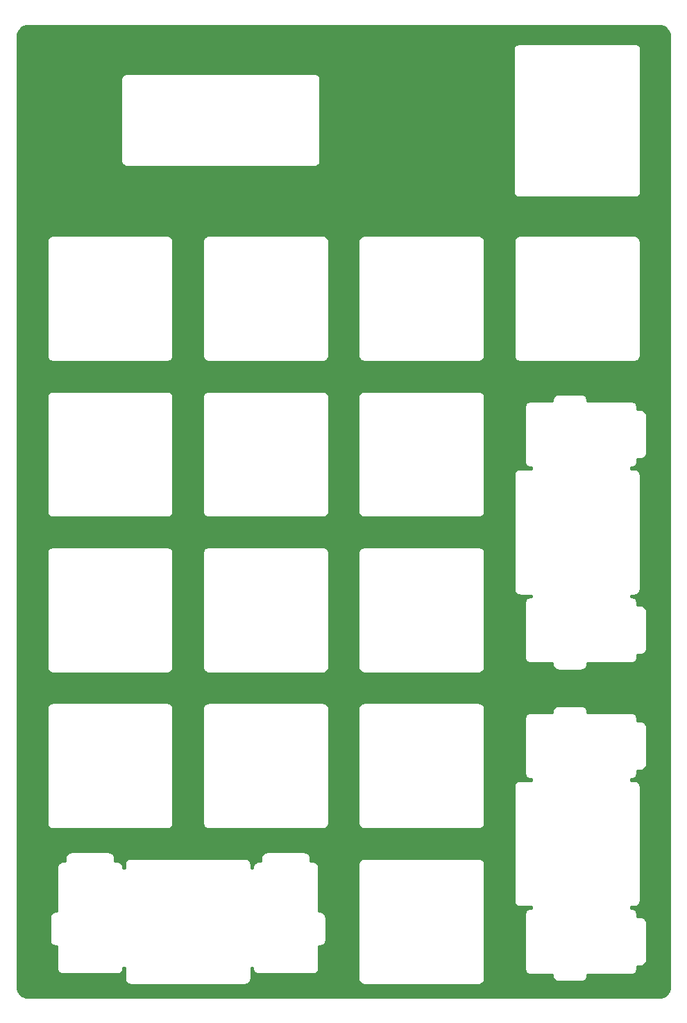
<source format=gbr>
%TF.GenerationSoftware,KiCad,Pcbnew,(5.1.10)-1*%
%TF.CreationDate,2021-11-24T22:45:44-06:00*%
%TF.ProjectId,PyKey18,50794b65-7931-4382-9e6b-696361645f70,1.0*%
%TF.SameCoordinates,Original*%
%TF.FileFunction,Copper,L1,Top*%
%TF.FilePolarity,Positive*%
%FSLAX46Y46*%
G04 Gerber Fmt 4.6, Leading zero omitted, Abs format (unit mm)*
G04 Created by KiCad (PCBNEW (5.1.10)-1) date 2021-11-24 22:45:44*
%MOMM*%
%LPD*%
G01*
G04 APERTURE LIST*
%TA.AperFunction,NonConductor*%
%ADD10C,0.254000*%
%TD*%
%TA.AperFunction,NonConductor*%
%ADD11C,0.100000*%
%TD*%
G04 APERTURE END LIST*
D10*
X129249899Y-50737907D02*
X129490285Y-50810484D01*
X129711991Y-50928368D01*
X129906577Y-51087068D01*
X130066635Y-51280545D01*
X130186064Y-51501424D01*
X130260317Y-51741297D01*
X130290001Y-52023726D01*
X130290000Y-167965279D01*
X130262093Y-168249899D01*
X130189517Y-168490282D01*
X130071633Y-168711989D01*
X129912929Y-168906580D01*
X129719455Y-169066635D01*
X129498576Y-169186064D01*
X129258701Y-169260317D01*
X128976291Y-169290000D01*
X52034721Y-169290000D01*
X51750101Y-169262093D01*
X51509718Y-169189517D01*
X51288011Y-169071633D01*
X51093420Y-168912929D01*
X50933365Y-168719455D01*
X50813936Y-168498576D01*
X50739683Y-168258701D01*
X50710000Y-167976291D01*
X50710000Y-159492000D01*
X54657565Y-159492000D01*
X54661000Y-159526876D01*
X54661001Y-162251113D01*
X54657565Y-162286000D01*
X54671273Y-162425184D01*
X54711872Y-162559020D01*
X54777800Y-162682363D01*
X54866525Y-162790475D01*
X54974637Y-162879200D01*
X55097980Y-162945128D01*
X55231816Y-162985727D01*
X55336123Y-162996000D01*
X55371000Y-162999435D01*
X55405877Y-162996000D01*
X55524600Y-162996000D01*
X55524601Y-165654713D01*
X55521165Y-165689600D01*
X55534873Y-165828784D01*
X55575472Y-165962620D01*
X55641400Y-166085963D01*
X55730125Y-166194075D01*
X55838237Y-166282800D01*
X55961580Y-166348728D01*
X56095416Y-166389327D01*
X56199723Y-166399600D01*
X56234600Y-166403035D01*
X56269477Y-166399600D01*
X62854523Y-166399600D01*
X62889400Y-166403035D01*
X62924277Y-166399600D01*
X63028584Y-166389327D01*
X63162420Y-166348728D01*
X63285763Y-166282800D01*
X63393875Y-166194075D01*
X63482600Y-166085963D01*
X63548528Y-165962620D01*
X63589127Y-165828784D01*
X63602835Y-165689600D01*
X63599400Y-165654723D01*
X63599400Y-165586800D01*
X63805000Y-165586800D01*
X63805001Y-166950113D01*
X63801565Y-166985000D01*
X63815273Y-167124184D01*
X63855872Y-167258020D01*
X63921800Y-167381363D01*
X64010525Y-167489475D01*
X64118637Y-167578200D01*
X64241980Y-167644128D01*
X64375816Y-167684727D01*
X64480123Y-167695000D01*
X64515000Y-167698435D01*
X64549877Y-167695000D01*
X78450123Y-167695000D01*
X78485000Y-167698435D01*
X78519877Y-167695000D01*
X78624184Y-167684727D01*
X78758020Y-167644128D01*
X78881363Y-167578200D01*
X78989475Y-167489475D01*
X79078200Y-167381363D01*
X79144128Y-167258020D01*
X79184727Y-167124184D01*
X79198435Y-166985000D01*
X79195000Y-166950123D01*
X79195000Y-165586800D01*
X79400600Y-165586800D01*
X79400600Y-165654723D01*
X79397165Y-165689600D01*
X79410873Y-165828784D01*
X79451472Y-165962620D01*
X79517400Y-166085963D01*
X79606125Y-166194075D01*
X79714237Y-166282800D01*
X79837580Y-166348728D01*
X79971416Y-166389327D01*
X80075723Y-166399600D01*
X80110600Y-166403035D01*
X80145477Y-166399600D01*
X86730523Y-166399600D01*
X86765400Y-166403035D01*
X86800277Y-166399600D01*
X86904584Y-166389327D01*
X87038420Y-166348728D01*
X87161763Y-166282800D01*
X87269875Y-166194075D01*
X87358600Y-166085963D01*
X87424528Y-165962620D01*
X87465127Y-165828784D01*
X87478835Y-165689600D01*
X87475400Y-165654723D01*
X87475400Y-162996000D01*
X87594123Y-162996000D01*
X87629000Y-162999435D01*
X87663877Y-162996000D01*
X87768184Y-162985727D01*
X87902020Y-162945128D01*
X88025363Y-162879200D01*
X88133475Y-162790475D01*
X88222200Y-162682363D01*
X88288128Y-162559020D01*
X88328727Y-162425184D01*
X88342435Y-162286000D01*
X88339000Y-162251123D01*
X88339000Y-159526876D01*
X88342435Y-159492000D01*
X88328727Y-159352816D01*
X88288128Y-159218980D01*
X88222200Y-159095637D01*
X88133475Y-158987525D01*
X88025363Y-158898800D01*
X87902020Y-158832872D01*
X87768184Y-158792273D01*
X87663877Y-158782000D01*
X87629000Y-158778565D01*
X87594123Y-158782000D01*
X87475400Y-158782000D01*
X87475400Y-153430876D01*
X87478835Y-153396000D01*
X87465127Y-153256816D01*
X87424528Y-153122980D01*
X87366812Y-153015000D01*
X92301565Y-153015000D01*
X92305001Y-153049887D01*
X92305000Y-166970123D01*
X92301565Y-167005000D01*
X92315273Y-167144184D01*
X92355872Y-167278020D01*
X92421800Y-167401363D01*
X92510525Y-167509475D01*
X92594267Y-167578200D01*
X92618637Y-167598200D01*
X92741980Y-167664128D01*
X92875816Y-167704727D01*
X93015000Y-167718435D01*
X93049877Y-167715000D01*
X106950123Y-167715000D01*
X106985000Y-167718435D01*
X107019877Y-167715000D01*
X107068391Y-167710222D01*
X107124184Y-167704727D01*
X107258020Y-167664128D01*
X107381363Y-167598200D01*
X107489475Y-167509475D01*
X107578200Y-167401363D01*
X107644128Y-167278020D01*
X107684727Y-167144184D01*
X107695000Y-167039877D01*
X107695000Y-167039876D01*
X107698435Y-167005000D01*
X107695000Y-166970123D01*
X107695000Y-153049877D01*
X107698435Y-153015000D01*
X107684727Y-152875816D01*
X107644128Y-152741980D01*
X107578200Y-152618637D01*
X107489475Y-152510525D01*
X107381363Y-152421800D01*
X107258020Y-152355872D01*
X107124184Y-152315273D01*
X107019877Y-152305000D01*
X106985000Y-152301565D01*
X106950123Y-152305000D01*
X93049877Y-152305000D01*
X93015000Y-152301565D01*
X92980123Y-152305000D01*
X92875816Y-152315273D01*
X92741980Y-152355872D01*
X92618637Y-152421800D01*
X92510525Y-152510525D01*
X92421800Y-152618637D01*
X92355872Y-152741980D01*
X92315273Y-152875816D01*
X92301565Y-153015000D01*
X87366812Y-153015000D01*
X87358600Y-152999637D01*
X87269875Y-152891525D01*
X87161763Y-152802800D01*
X87038420Y-152736872D01*
X86904584Y-152696273D01*
X86800277Y-152686000D01*
X86765400Y-152682565D01*
X86730523Y-152686000D01*
X86434000Y-152686000D01*
X86434000Y-152262477D01*
X86437435Y-152227600D01*
X86423727Y-152088416D01*
X86383128Y-151954580D01*
X86317200Y-151831237D01*
X86228475Y-151723125D01*
X86120363Y-151634400D01*
X85997020Y-151568472D01*
X85863184Y-151527873D01*
X85758877Y-151517600D01*
X85724000Y-151514165D01*
X85689123Y-151517600D01*
X81186877Y-151517600D01*
X81152000Y-151514165D01*
X81117123Y-151517600D01*
X81012816Y-151527873D01*
X80878980Y-151568472D01*
X80755637Y-151634400D01*
X80647525Y-151723125D01*
X80558800Y-151831237D01*
X80492872Y-151954580D01*
X80452273Y-152088416D01*
X80438565Y-152227600D01*
X80442000Y-152262478D01*
X80442000Y-152686000D01*
X80145477Y-152686000D01*
X80110600Y-152682565D01*
X80075723Y-152686000D01*
X79971416Y-152696273D01*
X79837580Y-152736872D01*
X79714237Y-152802800D01*
X79606125Y-152891525D01*
X79517400Y-152999637D01*
X79451472Y-153122980D01*
X79410873Y-153256816D01*
X79397165Y-153396000D01*
X79400600Y-153430876D01*
X79400600Y-153473400D01*
X79195000Y-153473400D01*
X79195000Y-153049877D01*
X79198435Y-153015000D01*
X79184727Y-152875816D01*
X79144128Y-152741980D01*
X79078200Y-152618637D01*
X78989475Y-152510525D01*
X78881363Y-152421800D01*
X78758020Y-152355872D01*
X78624184Y-152315273D01*
X78519877Y-152305000D01*
X78485000Y-152301565D01*
X78450123Y-152305000D01*
X64549877Y-152305000D01*
X64515000Y-152301565D01*
X64480123Y-152305000D01*
X64375816Y-152315273D01*
X64241980Y-152355872D01*
X64118637Y-152421800D01*
X64010525Y-152510525D01*
X63921800Y-152618637D01*
X63855872Y-152741980D01*
X63815273Y-152875816D01*
X63801565Y-153015000D01*
X63805000Y-153049878D01*
X63805000Y-153473400D01*
X63599400Y-153473400D01*
X63599400Y-153430876D01*
X63602835Y-153396000D01*
X63589127Y-153256816D01*
X63548528Y-153122980D01*
X63482600Y-152999637D01*
X63393875Y-152891525D01*
X63285763Y-152802800D01*
X63162420Y-152736872D01*
X63028584Y-152696273D01*
X62924277Y-152686000D01*
X62889400Y-152682565D01*
X62854523Y-152686000D01*
X62558000Y-152686000D01*
X62558000Y-152262477D01*
X62561435Y-152227600D01*
X62547727Y-152088416D01*
X62507128Y-151954580D01*
X62441200Y-151831237D01*
X62352475Y-151723125D01*
X62244363Y-151634400D01*
X62121020Y-151568472D01*
X61987184Y-151527873D01*
X61882877Y-151517600D01*
X61848000Y-151514165D01*
X61813123Y-151517600D01*
X57310877Y-151517600D01*
X57276000Y-151514165D01*
X57241123Y-151517600D01*
X57136816Y-151527873D01*
X57002980Y-151568472D01*
X56879637Y-151634400D01*
X56771525Y-151723125D01*
X56682800Y-151831237D01*
X56616872Y-151954580D01*
X56576273Y-152088416D01*
X56562565Y-152227600D01*
X56566000Y-152262478D01*
X56566000Y-152686000D01*
X56269477Y-152686000D01*
X56234600Y-152682565D01*
X56199723Y-152686000D01*
X56095416Y-152696273D01*
X55961580Y-152736872D01*
X55838237Y-152802800D01*
X55730125Y-152891525D01*
X55641400Y-152999637D01*
X55575472Y-153122980D01*
X55534873Y-153256816D01*
X55521165Y-153396000D01*
X55524600Y-153430876D01*
X55524601Y-158782000D01*
X55405877Y-158782000D01*
X55371000Y-158778565D01*
X55336123Y-158782000D01*
X55231816Y-158792273D01*
X55097980Y-158832872D01*
X54974637Y-158898800D01*
X54866525Y-158987525D01*
X54777800Y-159095637D01*
X54711872Y-159218980D01*
X54671273Y-159352816D01*
X54657565Y-159492000D01*
X50710000Y-159492000D01*
X50710000Y-134015000D01*
X54301565Y-134015000D01*
X54305000Y-134049877D01*
X54305001Y-147950113D01*
X54301565Y-147985000D01*
X54315273Y-148124184D01*
X54355872Y-148258020D01*
X54421800Y-148381363D01*
X54510525Y-148489475D01*
X54618637Y-148578200D01*
X54741980Y-148644128D01*
X54875816Y-148684727D01*
X54980123Y-148695000D01*
X55015000Y-148698435D01*
X55049877Y-148695000D01*
X68950123Y-148695000D01*
X68985000Y-148698435D01*
X69019877Y-148695000D01*
X69124184Y-148684727D01*
X69258020Y-148644128D01*
X69381363Y-148578200D01*
X69489475Y-148489475D01*
X69578200Y-148381363D01*
X69644128Y-148258020D01*
X69684727Y-148124184D01*
X69698435Y-147985000D01*
X69695000Y-147950123D01*
X69695000Y-134049877D01*
X69698435Y-134015000D01*
X73301565Y-134015000D01*
X73305000Y-134049877D01*
X73305001Y-147950113D01*
X73301565Y-147985000D01*
X73315273Y-148124184D01*
X73355872Y-148258020D01*
X73421800Y-148381363D01*
X73510525Y-148489475D01*
X73618637Y-148578200D01*
X73741980Y-148644128D01*
X73875816Y-148684727D01*
X73980123Y-148695000D01*
X74015000Y-148698435D01*
X74049877Y-148695000D01*
X87950123Y-148695000D01*
X87985000Y-148698435D01*
X88019877Y-148695000D01*
X88124184Y-148684727D01*
X88258020Y-148644128D01*
X88381363Y-148578200D01*
X88489475Y-148489475D01*
X88578200Y-148381363D01*
X88644128Y-148258020D01*
X88684727Y-148124184D01*
X88698435Y-147985000D01*
X88695000Y-147950123D01*
X88695000Y-134049877D01*
X88698435Y-134015000D01*
X92301565Y-134015000D01*
X92305000Y-134049877D01*
X92305001Y-147950113D01*
X92301565Y-147985000D01*
X92315273Y-148124184D01*
X92355872Y-148258020D01*
X92421800Y-148381363D01*
X92510525Y-148489475D01*
X92618637Y-148578200D01*
X92741980Y-148644128D01*
X92875816Y-148684727D01*
X92980123Y-148695000D01*
X93015000Y-148698435D01*
X93049877Y-148695000D01*
X106950123Y-148695000D01*
X106985000Y-148698435D01*
X107019877Y-148695000D01*
X107124184Y-148684727D01*
X107258020Y-148644128D01*
X107381363Y-148578200D01*
X107489475Y-148489475D01*
X107578200Y-148381363D01*
X107644128Y-148258020D01*
X107684727Y-148124184D01*
X107698435Y-147985000D01*
X107695000Y-147950123D01*
X107695000Y-143515000D01*
X111301565Y-143515000D01*
X111305000Y-143549876D01*
X111305001Y-157450113D01*
X111301565Y-157485000D01*
X111315273Y-157624184D01*
X111355872Y-157758020D01*
X111421800Y-157881363D01*
X111510525Y-157989475D01*
X111618637Y-158078200D01*
X111741980Y-158144128D01*
X111875816Y-158184727D01*
X111980123Y-158195000D01*
X112015000Y-158198435D01*
X112049877Y-158195000D01*
X113413200Y-158195000D01*
X113413201Y-158400600D01*
X113345277Y-158400600D01*
X113310400Y-158397165D01*
X113275523Y-158400600D01*
X113171216Y-158410873D01*
X113037380Y-158451472D01*
X112914037Y-158517400D01*
X112805925Y-158606125D01*
X112717200Y-158714237D01*
X112651272Y-158837580D01*
X112610673Y-158971416D01*
X112596965Y-159110600D01*
X112600400Y-159145476D01*
X112600401Y-165730513D01*
X112596965Y-165765400D01*
X112610673Y-165904584D01*
X112651272Y-166038420D01*
X112717200Y-166161763D01*
X112805925Y-166269875D01*
X112914037Y-166358600D01*
X113037380Y-166424528D01*
X113171216Y-166465127D01*
X113275523Y-166475400D01*
X113310400Y-166478835D01*
X113345277Y-166475400D01*
X116004000Y-166475400D01*
X116004000Y-166594123D01*
X116000565Y-166629000D01*
X116014273Y-166768184D01*
X116054872Y-166902020D01*
X116120800Y-167025363D01*
X116209525Y-167133475D01*
X116317637Y-167222200D01*
X116440980Y-167288128D01*
X116574816Y-167328727D01*
X116679123Y-167339000D01*
X116714000Y-167342435D01*
X116748877Y-167339000D01*
X119473123Y-167339000D01*
X119508000Y-167342435D01*
X119542877Y-167339000D01*
X119647184Y-167328727D01*
X119781020Y-167288128D01*
X119904363Y-167222200D01*
X120012475Y-167133475D01*
X120101200Y-167025363D01*
X120167128Y-166902020D01*
X120207727Y-166768184D01*
X120221435Y-166629000D01*
X120218000Y-166594123D01*
X120218000Y-166475400D01*
X125569123Y-166475400D01*
X125604000Y-166478835D01*
X125638877Y-166475400D01*
X125743184Y-166465127D01*
X125877020Y-166424528D01*
X126000363Y-166358600D01*
X126108475Y-166269875D01*
X126197200Y-166161763D01*
X126263128Y-166038420D01*
X126303727Y-165904584D01*
X126317435Y-165765400D01*
X126314000Y-165730523D01*
X126314000Y-165434000D01*
X126737523Y-165434000D01*
X126772400Y-165437435D01*
X126807277Y-165434000D01*
X126911584Y-165423727D01*
X127045420Y-165383128D01*
X127168763Y-165317200D01*
X127276875Y-165228475D01*
X127365600Y-165120363D01*
X127431528Y-164997020D01*
X127472127Y-164863184D01*
X127485835Y-164724000D01*
X127482400Y-164689123D01*
X127482400Y-160186876D01*
X127485835Y-160152000D01*
X127472127Y-160012816D01*
X127431528Y-159878980D01*
X127365600Y-159755637D01*
X127276875Y-159647525D01*
X127168763Y-159558800D01*
X127045420Y-159492872D01*
X126911584Y-159452273D01*
X126807277Y-159442000D01*
X126772400Y-159438565D01*
X126737523Y-159442000D01*
X126314000Y-159442000D01*
X126314000Y-159145476D01*
X126317435Y-159110600D01*
X126303727Y-158971416D01*
X126263128Y-158837580D01*
X126197200Y-158714237D01*
X126108475Y-158606125D01*
X126000363Y-158517400D01*
X125877020Y-158451472D01*
X125743184Y-158410873D01*
X125638877Y-158400600D01*
X125604000Y-158397165D01*
X125569123Y-158400600D01*
X125526600Y-158400600D01*
X125526600Y-158195000D01*
X125950123Y-158195000D01*
X125985000Y-158198435D01*
X126019877Y-158195000D01*
X126124184Y-158184727D01*
X126258020Y-158144128D01*
X126381363Y-158078200D01*
X126489475Y-157989475D01*
X126578200Y-157881363D01*
X126644128Y-157758020D01*
X126684727Y-157624184D01*
X126698435Y-157485000D01*
X126695000Y-157450123D01*
X126695000Y-143549876D01*
X126698435Y-143515000D01*
X126684727Y-143375816D01*
X126644128Y-143241980D01*
X126578200Y-143118637D01*
X126489475Y-143010525D01*
X126381363Y-142921800D01*
X126258020Y-142855872D01*
X126124184Y-142815273D01*
X126019877Y-142805000D01*
X125985000Y-142801565D01*
X125950123Y-142805000D01*
X125526600Y-142805000D01*
X125526600Y-142599400D01*
X125569123Y-142599400D01*
X125604000Y-142602835D01*
X125638877Y-142599400D01*
X125743184Y-142589127D01*
X125877020Y-142548528D01*
X126000363Y-142482600D01*
X126108475Y-142393875D01*
X126197200Y-142285763D01*
X126263128Y-142162420D01*
X126303727Y-142028584D01*
X126317435Y-141889400D01*
X126314000Y-141854523D01*
X126314000Y-141558000D01*
X126737523Y-141558000D01*
X126772400Y-141561435D01*
X126807277Y-141558000D01*
X126911584Y-141547727D01*
X127045420Y-141507128D01*
X127168763Y-141441200D01*
X127276875Y-141352475D01*
X127365600Y-141244363D01*
X127431528Y-141121020D01*
X127472127Y-140987184D01*
X127485835Y-140848000D01*
X127482400Y-140813123D01*
X127482400Y-136310876D01*
X127485835Y-136276000D01*
X127472127Y-136136816D01*
X127431528Y-136002980D01*
X127365600Y-135879637D01*
X127276875Y-135771525D01*
X127168763Y-135682800D01*
X127045420Y-135616872D01*
X126911584Y-135576273D01*
X126807277Y-135566000D01*
X126772400Y-135562565D01*
X126737523Y-135566000D01*
X126314000Y-135566000D01*
X126314000Y-135269476D01*
X126317435Y-135234600D01*
X126303727Y-135095416D01*
X126263128Y-134961580D01*
X126197200Y-134838237D01*
X126108475Y-134730125D01*
X126000363Y-134641400D01*
X125877020Y-134575472D01*
X125743184Y-134534873D01*
X125638877Y-134524600D01*
X125604000Y-134521165D01*
X125569123Y-134524600D01*
X120218000Y-134524600D01*
X120218000Y-134405877D01*
X120221435Y-134371000D01*
X120207727Y-134231816D01*
X120167128Y-134097980D01*
X120101200Y-133974637D01*
X120012475Y-133866525D01*
X119904363Y-133777800D01*
X119781020Y-133711872D01*
X119647184Y-133671273D01*
X119542877Y-133661000D01*
X119508000Y-133657565D01*
X119473123Y-133661000D01*
X116748877Y-133661000D01*
X116714000Y-133657565D01*
X116679123Y-133661000D01*
X116574816Y-133671273D01*
X116440980Y-133711872D01*
X116317637Y-133777800D01*
X116209525Y-133866525D01*
X116120800Y-133974637D01*
X116054872Y-134097980D01*
X116014273Y-134231816D01*
X116000565Y-134371000D01*
X116004000Y-134405877D01*
X116004000Y-134524600D01*
X113345277Y-134524600D01*
X113310400Y-134521165D01*
X113275523Y-134524600D01*
X113171216Y-134534873D01*
X113037380Y-134575472D01*
X112914037Y-134641400D01*
X112805925Y-134730125D01*
X112717200Y-134838237D01*
X112651272Y-134961580D01*
X112610673Y-135095416D01*
X112596965Y-135234600D01*
X112600400Y-135269476D01*
X112600401Y-141854513D01*
X112596965Y-141889400D01*
X112610673Y-142028584D01*
X112651272Y-142162420D01*
X112717200Y-142285763D01*
X112805925Y-142393875D01*
X112914037Y-142482600D01*
X113037380Y-142548528D01*
X113171216Y-142589127D01*
X113275523Y-142599400D01*
X113310400Y-142602835D01*
X113345277Y-142599400D01*
X113413200Y-142599400D01*
X113413201Y-142805000D01*
X112049877Y-142805000D01*
X112015000Y-142801565D01*
X111980123Y-142805000D01*
X111875816Y-142815273D01*
X111741980Y-142855872D01*
X111618637Y-142921800D01*
X111510525Y-143010525D01*
X111421800Y-143118637D01*
X111355872Y-143241980D01*
X111315273Y-143375816D01*
X111301565Y-143515000D01*
X107695000Y-143515000D01*
X107695000Y-134049877D01*
X107698435Y-134015000D01*
X107684727Y-133875816D01*
X107644128Y-133741980D01*
X107578200Y-133618637D01*
X107489475Y-133510525D01*
X107381363Y-133421800D01*
X107258020Y-133355872D01*
X107124184Y-133315273D01*
X107019877Y-133305000D01*
X106985000Y-133301565D01*
X106950123Y-133305000D01*
X93049877Y-133305000D01*
X93015000Y-133301565D01*
X92980123Y-133305000D01*
X92875816Y-133315273D01*
X92741980Y-133355872D01*
X92618637Y-133421800D01*
X92510525Y-133510525D01*
X92421800Y-133618637D01*
X92355872Y-133741980D01*
X92315273Y-133875816D01*
X92301565Y-134015000D01*
X88698435Y-134015000D01*
X88684727Y-133875816D01*
X88644128Y-133741980D01*
X88578200Y-133618637D01*
X88489475Y-133510525D01*
X88381363Y-133421800D01*
X88258020Y-133355872D01*
X88124184Y-133315273D01*
X88019877Y-133305000D01*
X87985000Y-133301565D01*
X87950123Y-133305000D01*
X74049877Y-133305000D01*
X74015000Y-133301565D01*
X73980123Y-133305000D01*
X73875816Y-133315273D01*
X73741980Y-133355872D01*
X73618637Y-133421800D01*
X73510525Y-133510525D01*
X73421800Y-133618637D01*
X73355872Y-133741980D01*
X73315273Y-133875816D01*
X73301565Y-134015000D01*
X69698435Y-134015000D01*
X69684727Y-133875816D01*
X69644128Y-133741980D01*
X69578200Y-133618637D01*
X69489475Y-133510525D01*
X69381363Y-133421800D01*
X69258020Y-133355872D01*
X69124184Y-133315273D01*
X69019877Y-133305000D01*
X68985000Y-133301565D01*
X68950123Y-133305000D01*
X55049877Y-133305000D01*
X55015000Y-133301565D01*
X54980123Y-133305000D01*
X54875816Y-133315273D01*
X54741980Y-133355872D01*
X54618637Y-133421800D01*
X54510525Y-133510525D01*
X54421800Y-133618637D01*
X54355872Y-133741980D01*
X54315273Y-133875816D01*
X54301565Y-134015000D01*
X50710000Y-134015000D01*
X50710000Y-115015000D01*
X54301565Y-115015000D01*
X54305000Y-115049877D01*
X54305001Y-128950113D01*
X54301565Y-128985000D01*
X54315273Y-129124184D01*
X54355872Y-129258020D01*
X54421800Y-129381363D01*
X54510525Y-129489475D01*
X54618637Y-129578200D01*
X54741980Y-129644128D01*
X54875816Y-129684727D01*
X54980123Y-129695000D01*
X55015000Y-129698435D01*
X55049877Y-129695000D01*
X68950123Y-129695000D01*
X68985000Y-129698435D01*
X69019877Y-129695000D01*
X69124184Y-129684727D01*
X69258020Y-129644128D01*
X69381363Y-129578200D01*
X69489475Y-129489475D01*
X69578200Y-129381363D01*
X69644128Y-129258020D01*
X69684727Y-129124184D01*
X69698435Y-128985000D01*
X69695000Y-128950123D01*
X69695000Y-115049877D01*
X69698435Y-115015000D01*
X73301565Y-115015000D01*
X73305001Y-115049887D01*
X73305000Y-128950123D01*
X73301565Y-128985000D01*
X73315273Y-129124184D01*
X73355872Y-129258020D01*
X73421800Y-129381363D01*
X73510525Y-129489475D01*
X73618637Y-129578200D01*
X73741980Y-129644128D01*
X73875816Y-129684727D01*
X74015000Y-129698435D01*
X74049877Y-129695000D01*
X87950123Y-129695000D01*
X87985000Y-129698435D01*
X88019877Y-129695000D01*
X88124184Y-129684727D01*
X88258020Y-129644128D01*
X88381363Y-129578200D01*
X88489475Y-129489475D01*
X88578200Y-129381363D01*
X88644128Y-129258020D01*
X88684727Y-129124184D01*
X88698435Y-128985000D01*
X88695000Y-128950123D01*
X88695000Y-115049877D01*
X88698435Y-115015000D01*
X92301565Y-115015000D01*
X92305000Y-115049877D01*
X92305001Y-128950113D01*
X92301565Y-128985000D01*
X92315273Y-129124184D01*
X92355872Y-129258020D01*
X92421800Y-129381363D01*
X92510525Y-129489475D01*
X92618637Y-129578200D01*
X92741980Y-129644128D01*
X92875816Y-129684727D01*
X92980123Y-129695000D01*
X93015000Y-129698435D01*
X93049877Y-129695000D01*
X106950123Y-129695000D01*
X106985000Y-129698435D01*
X107019877Y-129695000D01*
X107124184Y-129684727D01*
X107258020Y-129644128D01*
X107381363Y-129578200D01*
X107489475Y-129489475D01*
X107578200Y-129381363D01*
X107644128Y-129258020D01*
X107684727Y-129124184D01*
X107698435Y-128985000D01*
X107695000Y-128950123D01*
X107695000Y-115049877D01*
X107698435Y-115015000D01*
X107684727Y-114875816D01*
X107644128Y-114741980D01*
X107578200Y-114618637D01*
X107489475Y-114510525D01*
X107381363Y-114421800D01*
X107258020Y-114355872D01*
X107124184Y-114315273D01*
X107019877Y-114305000D01*
X106985000Y-114301565D01*
X106950123Y-114305000D01*
X93049877Y-114305000D01*
X93015000Y-114301565D01*
X92980123Y-114305000D01*
X92875816Y-114315273D01*
X92741980Y-114355872D01*
X92618637Y-114421800D01*
X92510525Y-114510525D01*
X92421800Y-114618637D01*
X92355872Y-114741980D01*
X92315273Y-114875816D01*
X92301565Y-115015000D01*
X88698435Y-115015000D01*
X88684727Y-114875816D01*
X88644128Y-114741980D01*
X88578200Y-114618637D01*
X88489475Y-114510525D01*
X88381363Y-114421800D01*
X88258020Y-114355872D01*
X88124184Y-114315273D01*
X88019877Y-114305000D01*
X87985000Y-114301565D01*
X87950123Y-114305000D01*
X74049877Y-114305000D01*
X74015000Y-114301565D01*
X73980123Y-114305000D01*
X73875816Y-114315273D01*
X73741980Y-114355872D01*
X73618637Y-114421800D01*
X73510525Y-114510525D01*
X73421800Y-114618637D01*
X73355872Y-114741980D01*
X73315273Y-114875816D01*
X73301565Y-115015000D01*
X69698435Y-115015000D01*
X69684727Y-114875816D01*
X69644128Y-114741980D01*
X69578200Y-114618637D01*
X69489475Y-114510525D01*
X69381363Y-114421800D01*
X69258020Y-114355872D01*
X69124184Y-114315273D01*
X69019877Y-114305000D01*
X68985000Y-114301565D01*
X68950123Y-114305000D01*
X55049877Y-114305000D01*
X55015000Y-114301565D01*
X54980123Y-114305000D01*
X54875816Y-114315273D01*
X54741980Y-114355872D01*
X54618637Y-114421800D01*
X54510525Y-114510525D01*
X54421800Y-114618637D01*
X54355872Y-114741980D01*
X54315273Y-114875816D01*
X54301565Y-115015000D01*
X50710000Y-115015000D01*
X50710000Y-96015000D01*
X54301565Y-96015000D01*
X54305000Y-96049877D01*
X54305001Y-109950113D01*
X54301565Y-109985000D01*
X54315273Y-110124184D01*
X54355872Y-110258020D01*
X54421800Y-110381363D01*
X54510525Y-110489475D01*
X54618637Y-110578200D01*
X54741980Y-110644128D01*
X54875816Y-110684727D01*
X54980123Y-110695000D01*
X55015000Y-110698435D01*
X55049877Y-110695000D01*
X68950123Y-110695000D01*
X68985000Y-110698435D01*
X69019877Y-110695000D01*
X69124184Y-110684727D01*
X69258020Y-110644128D01*
X69381363Y-110578200D01*
X69489475Y-110489475D01*
X69578200Y-110381363D01*
X69644128Y-110258020D01*
X69684727Y-110124184D01*
X69698435Y-109985000D01*
X69695000Y-109950123D01*
X69695000Y-96049877D01*
X69698435Y-96015000D01*
X73301565Y-96015000D01*
X73305000Y-96049877D01*
X73305001Y-109950113D01*
X73301565Y-109985000D01*
X73315273Y-110124184D01*
X73355872Y-110258020D01*
X73421800Y-110381363D01*
X73510525Y-110489475D01*
X73618637Y-110578200D01*
X73741980Y-110644128D01*
X73875816Y-110684727D01*
X73980123Y-110695000D01*
X74015000Y-110698435D01*
X74049877Y-110695000D01*
X87950123Y-110695000D01*
X87985000Y-110698435D01*
X88019877Y-110695000D01*
X88124184Y-110684727D01*
X88258020Y-110644128D01*
X88381363Y-110578200D01*
X88489475Y-110489475D01*
X88578200Y-110381363D01*
X88644128Y-110258020D01*
X88684727Y-110124184D01*
X88698435Y-109985000D01*
X88695000Y-109950123D01*
X88695000Y-96049877D01*
X88698435Y-96015000D01*
X92301565Y-96015000D01*
X92305000Y-96049877D01*
X92305001Y-109950113D01*
X92301565Y-109985000D01*
X92315273Y-110124184D01*
X92355872Y-110258020D01*
X92421800Y-110381363D01*
X92510525Y-110489475D01*
X92618637Y-110578200D01*
X92741980Y-110644128D01*
X92875816Y-110684727D01*
X92980123Y-110695000D01*
X93015000Y-110698435D01*
X93049877Y-110695000D01*
X106950123Y-110695000D01*
X106985000Y-110698435D01*
X107019877Y-110695000D01*
X107124184Y-110684727D01*
X107258020Y-110644128D01*
X107381363Y-110578200D01*
X107489475Y-110489475D01*
X107578200Y-110381363D01*
X107644128Y-110258020D01*
X107684727Y-110124184D01*
X107698435Y-109985000D01*
X107695000Y-109950123D01*
X107695000Y-105515000D01*
X111301565Y-105515000D01*
X111305001Y-105549887D01*
X111305000Y-119450123D01*
X111301565Y-119485000D01*
X111315273Y-119624184D01*
X111355872Y-119758020D01*
X111421800Y-119881363D01*
X111510525Y-119989475D01*
X111618637Y-120078200D01*
X111741980Y-120144128D01*
X111875816Y-120184727D01*
X112015000Y-120198435D01*
X112049877Y-120195000D01*
X113413201Y-120195000D01*
X113413200Y-120400600D01*
X113345277Y-120400600D01*
X113310400Y-120397165D01*
X113275523Y-120400600D01*
X113171216Y-120410873D01*
X113037380Y-120451472D01*
X112914037Y-120517400D01*
X112805925Y-120606125D01*
X112717200Y-120714237D01*
X112651272Y-120837580D01*
X112610673Y-120971416D01*
X112596965Y-121110600D01*
X112600401Y-121145487D01*
X112600400Y-127730523D01*
X112596965Y-127765400D01*
X112610673Y-127904584D01*
X112651272Y-128038420D01*
X112717200Y-128161763D01*
X112805925Y-128269875D01*
X112874158Y-128325872D01*
X112914037Y-128358600D01*
X113037380Y-128424528D01*
X113171216Y-128465127D01*
X113310400Y-128478835D01*
X113345277Y-128475400D01*
X116004000Y-128475400D01*
X116004000Y-128594123D01*
X116000565Y-128629000D01*
X116014273Y-128768184D01*
X116054872Y-128902020D01*
X116120800Y-129025363D01*
X116209525Y-129133475D01*
X116317637Y-129222200D01*
X116440980Y-129288128D01*
X116574816Y-129328727D01*
X116714000Y-129342435D01*
X116748877Y-129339000D01*
X119473123Y-129339000D01*
X119508000Y-129342435D01*
X119542877Y-129339000D01*
X119647184Y-129328727D01*
X119781020Y-129288128D01*
X119904363Y-129222200D01*
X120012475Y-129133475D01*
X120101200Y-129025363D01*
X120167128Y-128902020D01*
X120207727Y-128768184D01*
X120221435Y-128629000D01*
X120218000Y-128594123D01*
X120218000Y-128475400D01*
X125569123Y-128475400D01*
X125604000Y-128478835D01*
X125638877Y-128475400D01*
X125743184Y-128465127D01*
X125877020Y-128424528D01*
X126000363Y-128358600D01*
X126108475Y-128269875D01*
X126197200Y-128161763D01*
X126263128Y-128038420D01*
X126303727Y-127904584D01*
X126317435Y-127765400D01*
X126314000Y-127730523D01*
X126314000Y-127434000D01*
X126737523Y-127434000D01*
X126772400Y-127437435D01*
X126807277Y-127434000D01*
X126911584Y-127423727D01*
X127045420Y-127383128D01*
X127168763Y-127317200D01*
X127276875Y-127228475D01*
X127365600Y-127120363D01*
X127431528Y-126997020D01*
X127472127Y-126863184D01*
X127485835Y-126724000D01*
X127482400Y-126689123D01*
X127482400Y-122186877D01*
X127485835Y-122152000D01*
X127472127Y-122012816D01*
X127431528Y-121878980D01*
X127365600Y-121755637D01*
X127276875Y-121647525D01*
X127168763Y-121558800D01*
X127045420Y-121492872D01*
X126911584Y-121452273D01*
X126807277Y-121442000D01*
X126772400Y-121438565D01*
X126737523Y-121442000D01*
X126314000Y-121442000D01*
X126314000Y-121145476D01*
X126317435Y-121110600D01*
X126303727Y-120971416D01*
X126263128Y-120837580D01*
X126197200Y-120714237D01*
X126108475Y-120606125D01*
X126000363Y-120517400D01*
X125877020Y-120451472D01*
X125743184Y-120410873D01*
X125638877Y-120400600D01*
X125604000Y-120397165D01*
X125569123Y-120400600D01*
X125526600Y-120400600D01*
X125526600Y-120195000D01*
X125950123Y-120195000D01*
X125985000Y-120198435D01*
X126019877Y-120195000D01*
X126124184Y-120184727D01*
X126258020Y-120144128D01*
X126381363Y-120078200D01*
X126489475Y-119989475D01*
X126578200Y-119881363D01*
X126644128Y-119758020D01*
X126684727Y-119624184D01*
X126698435Y-119485000D01*
X126695000Y-119450123D01*
X126695000Y-105549876D01*
X126698435Y-105515000D01*
X126684727Y-105375816D01*
X126644128Y-105241980D01*
X126578200Y-105118637D01*
X126489475Y-105010525D01*
X126381363Y-104921800D01*
X126258020Y-104855872D01*
X126124184Y-104815273D01*
X126019877Y-104805000D01*
X125985000Y-104801565D01*
X125950123Y-104805000D01*
X125526600Y-104805000D01*
X125526600Y-104599400D01*
X125569123Y-104599400D01*
X125604000Y-104602835D01*
X125638877Y-104599400D01*
X125743184Y-104589127D01*
X125877020Y-104548528D01*
X126000363Y-104482600D01*
X126108475Y-104393875D01*
X126197200Y-104285763D01*
X126263128Y-104162420D01*
X126303727Y-104028584D01*
X126317435Y-103889400D01*
X126314000Y-103854523D01*
X126314000Y-103558000D01*
X126737523Y-103558000D01*
X126772400Y-103561435D01*
X126807277Y-103558000D01*
X126911584Y-103547727D01*
X127045420Y-103507128D01*
X127168763Y-103441200D01*
X127276875Y-103352475D01*
X127365600Y-103244363D01*
X127431528Y-103121020D01*
X127472127Y-102987184D01*
X127485835Y-102848000D01*
X127482400Y-102813123D01*
X127482400Y-98310877D01*
X127485835Y-98276000D01*
X127472127Y-98136816D01*
X127431528Y-98002980D01*
X127365600Y-97879637D01*
X127276875Y-97771525D01*
X127168763Y-97682800D01*
X127045420Y-97616872D01*
X126911584Y-97576273D01*
X126807277Y-97566000D01*
X126772400Y-97562565D01*
X126737523Y-97566000D01*
X126314000Y-97566000D01*
X126314000Y-97269476D01*
X126317435Y-97234600D01*
X126303727Y-97095416D01*
X126263128Y-96961580D01*
X126197200Y-96838237D01*
X126108475Y-96730125D01*
X126000363Y-96641400D01*
X125877020Y-96575472D01*
X125743184Y-96534873D01*
X125638877Y-96524600D01*
X125604000Y-96521165D01*
X125569123Y-96524600D01*
X120218000Y-96524600D01*
X120218000Y-96405877D01*
X120221435Y-96371000D01*
X120207727Y-96231816D01*
X120167128Y-96097980D01*
X120101200Y-95974637D01*
X120012475Y-95866525D01*
X119904363Y-95777800D01*
X119781020Y-95711872D01*
X119647184Y-95671273D01*
X119542877Y-95661000D01*
X119508000Y-95657565D01*
X119473123Y-95661000D01*
X116748877Y-95661000D01*
X116714000Y-95657565D01*
X116679123Y-95661000D01*
X116574816Y-95671273D01*
X116440980Y-95711872D01*
X116317637Y-95777800D01*
X116209525Y-95866525D01*
X116120800Y-95974637D01*
X116054872Y-96097980D01*
X116014273Y-96231816D01*
X116000565Y-96371000D01*
X116004000Y-96405877D01*
X116004000Y-96524600D01*
X113345277Y-96524600D01*
X113310400Y-96521165D01*
X113275523Y-96524600D01*
X113171216Y-96534873D01*
X113037380Y-96575472D01*
X112914037Y-96641400D01*
X112805925Y-96730125D01*
X112717200Y-96838237D01*
X112651272Y-96961580D01*
X112610673Y-97095416D01*
X112596965Y-97234600D01*
X112600401Y-97269487D01*
X112600400Y-103854523D01*
X112596965Y-103889400D01*
X112610673Y-104028584D01*
X112651272Y-104162420D01*
X112717200Y-104285763D01*
X112805925Y-104393875D01*
X112914037Y-104482600D01*
X113037380Y-104548528D01*
X113171216Y-104589127D01*
X113310400Y-104602835D01*
X113345277Y-104599400D01*
X113413201Y-104599400D01*
X113413200Y-104805000D01*
X112049877Y-104805000D01*
X112015000Y-104801565D01*
X111980123Y-104805000D01*
X111875816Y-104815273D01*
X111741980Y-104855872D01*
X111618637Y-104921800D01*
X111510525Y-105010525D01*
X111421800Y-105118637D01*
X111355872Y-105241980D01*
X111315273Y-105375816D01*
X111301565Y-105515000D01*
X107695000Y-105515000D01*
X107695000Y-96049877D01*
X107698435Y-96015000D01*
X107684727Y-95875816D01*
X107644128Y-95741980D01*
X107578200Y-95618637D01*
X107489475Y-95510525D01*
X107381363Y-95421800D01*
X107258020Y-95355872D01*
X107124184Y-95315273D01*
X107019877Y-95305000D01*
X106985000Y-95301565D01*
X106950123Y-95305000D01*
X93049877Y-95305000D01*
X93015000Y-95301565D01*
X92980123Y-95305000D01*
X92875816Y-95315273D01*
X92741980Y-95355872D01*
X92618637Y-95421800D01*
X92510525Y-95510525D01*
X92421800Y-95618637D01*
X92355872Y-95741980D01*
X92315273Y-95875816D01*
X92301565Y-96015000D01*
X88698435Y-96015000D01*
X88684727Y-95875816D01*
X88644128Y-95741980D01*
X88578200Y-95618637D01*
X88489475Y-95510525D01*
X88381363Y-95421800D01*
X88258020Y-95355872D01*
X88124184Y-95315273D01*
X88019877Y-95305000D01*
X87985000Y-95301565D01*
X87950123Y-95305000D01*
X74049877Y-95305000D01*
X74015000Y-95301565D01*
X73980123Y-95305000D01*
X73875816Y-95315273D01*
X73741980Y-95355872D01*
X73618637Y-95421800D01*
X73510525Y-95510525D01*
X73421800Y-95618637D01*
X73355872Y-95741980D01*
X73315273Y-95875816D01*
X73301565Y-96015000D01*
X69698435Y-96015000D01*
X69684727Y-95875816D01*
X69644128Y-95741980D01*
X69578200Y-95618637D01*
X69489475Y-95510525D01*
X69381363Y-95421800D01*
X69258020Y-95355872D01*
X69124184Y-95315273D01*
X69019877Y-95305000D01*
X68985000Y-95301565D01*
X68950123Y-95305000D01*
X55049877Y-95305000D01*
X55015000Y-95301565D01*
X54980123Y-95305000D01*
X54875816Y-95315273D01*
X54741980Y-95355872D01*
X54618637Y-95421800D01*
X54510525Y-95510525D01*
X54421800Y-95618637D01*
X54355872Y-95741980D01*
X54315273Y-95875816D01*
X54301565Y-96015000D01*
X50710000Y-96015000D01*
X50710000Y-77015000D01*
X54301565Y-77015000D01*
X54305000Y-77049877D01*
X54305001Y-90950113D01*
X54301565Y-90985000D01*
X54315273Y-91124184D01*
X54355872Y-91258020D01*
X54421800Y-91381363D01*
X54510525Y-91489475D01*
X54618637Y-91578200D01*
X54741980Y-91644128D01*
X54875816Y-91684727D01*
X54980123Y-91695000D01*
X55015000Y-91698435D01*
X55049877Y-91695000D01*
X68950123Y-91695000D01*
X68985000Y-91698435D01*
X69019877Y-91695000D01*
X69124184Y-91684727D01*
X69258020Y-91644128D01*
X69381363Y-91578200D01*
X69489475Y-91489475D01*
X69578200Y-91381363D01*
X69644128Y-91258020D01*
X69684727Y-91124184D01*
X69698435Y-90985000D01*
X69695000Y-90950123D01*
X69695000Y-77049877D01*
X69698435Y-77015000D01*
X73301565Y-77015000D01*
X73305001Y-77049887D01*
X73305000Y-90950123D01*
X73301565Y-90985000D01*
X73315273Y-91124184D01*
X73355872Y-91258020D01*
X73421800Y-91381363D01*
X73510525Y-91489475D01*
X73618637Y-91578200D01*
X73741980Y-91644128D01*
X73875816Y-91684727D01*
X74015000Y-91698435D01*
X74049877Y-91695000D01*
X87950123Y-91695000D01*
X87985000Y-91698435D01*
X88019877Y-91695000D01*
X88124184Y-91684727D01*
X88258020Y-91644128D01*
X88381363Y-91578200D01*
X88489475Y-91489475D01*
X88578200Y-91381363D01*
X88644128Y-91258020D01*
X88684727Y-91124184D01*
X88698435Y-90985000D01*
X88695000Y-90950123D01*
X88695000Y-77049877D01*
X88698435Y-77015000D01*
X92301565Y-77015000D01*
X92305001Y-77049887D01*
X92305000Y-90950123D01*
X92301565Y-90985000D01*
X92315273Y-91124184D01*
X92355872Y-91258020D01*
X92421800Y-91381363D01*
X92510525Y-91489475D01*
X92618637Y-91578200D01*
X92741980Y-91644128D01*
X92875816Y-91684727D01*
X93015000Y-91698435D01*
X93049877Y-91695000D01*
X106950123Y-91695000D01*
X106985000Y-91698435D01*
X107019877Y-91695000D01*
X107124184Y-91684727D01*
X107258020Y-91644128D01*
X107381363Y-91578200D01*
X107489475Y-91489475D01*
X107578200Y-91381363D01*
X107644128Y-91258020D01*
X107684727Y-91124184D01*
X107698435Y-90985000D01*
X107695000Y-90950123D01*
X107695000Y-77049877D01*
X107698435Y-77015000D01*
X111301565Y-77015000D01*
X111305001Y-77049887D01*
X111305000Y-90950123D01*
X111301565Y-90985000D01*
X111315273Y-91124184D01*
X111355872Y-91258020D01*
X111421800Y-91381363D01*
X111510525Y-91489475D01*
X111618637Y-91578200D01*
X111741980Y-91644128D01*
X111875816Y-91684727D01*
X112015000Y-91698435D01*
X112049877Y-91695000D01*
X125950123Y-91695000D01*
X125985000Y-91698435D01*
X126019877Y-91695000D01*
X126124184Y-91684727D01*
X126258020Y-91644128D01*
X126381363Y-91578200D01*
X126489475Y-91489475D01*
X126578200Y-91381363D01*
X126644128Y-91258020D01*
X126684727Y-91124184D01*
X126698435Y-90985000D01*
X126695000Y-90950123D01*
X126695000Y-77049877D01*
X126698435Y-77015000D01*
X126684727Y-76875816D01*
X126644128Y-76741980D01*
X126578200Y-76618637D01*
X126489475Y-76510525D01*
X126381363Y-76421800D01*
X126258020Y-76355872D01*
X126124184Y-76315273D01*
X126019877Y-76305000D01*
X125985000Y-76301565D01*
X125950123Y-76305000D01*
X112049877Y-76305000D01*
X112015000Y-76301565D01*
X111980123Y-76305000D01*
X111875816Y-76315273D01*
X111741980Y-76355872D01*
X111618637Y-76421800D01*
X111510525Y-76510525D01*
X111421800Y-76618637D01*
X111355872Y-76741980D01*
X111315273Y-76875816D01*
X111301565Y-77015000D01*
X107698435Y-77015000D01*
X107684727Y-76875816D01*
X107644128Y-76741980D01*
X107578200Y-76618637D01*
X107489475Y-76510525D01*
X107381363Y-76421800D01*
X107258020Y-76355872D01*
X107124184Y-76315273D01*
X107019877Y-76305000D01*
X106985000Y-76301565D01*
X106950123Y-76305000D01*
X93049877Y-76305000D01*
X93015000Y-76301565D01*
X92980123Y-76305000D01*
X92875816Y-76315273D01*
X92741980Y-76355872D01*
X92618637Y-76421800D01*
X92510525Y-76510525D01*
X92421800Y-76618637D01*
X92355872Y-76741980D01*
X92315273Y-76875816D01*
X92301565Y-77015000D01*
X88698435Y-77015000D01*
X88684727Y-76875816D01*
X88644128Y-76741980D01*
X88578200Y-76618637D01*
X88489475Y-76510525D01*
X88381363Y-76421800D01*
X88258020Y-76355872D01*
X88124184Y-76315273D01*
X88019877Y-76305000D01*
X87985000Y-76301565D01*
X87950123Y-76305000D01*
X74049877Y-76305000D01*
X74015000Y-76301565D01*
X73980123Y-76305000D01*
X73875816Y-76315273D01*
X73741980Y-76355872D01*
X73618637Y-76421800D01*
X73510525Y-76510525D01*
X73421800Y-76618637D01*
X73355872Y-76741980D01*
X73315273Y-76875816D01*
X73301565Y-77015000D01*
X69698435Y-77015000D01*
X69684727Y-76875816D01*
X69644128Y-76741980D01*
X69578200Y-76618637D01*
X69489475Y-76510525D01*
X69381363Y-76421800D01*
X69258020Y-76355872D01*
X69124184Y-76315273D01*
X69019877Y-76305000D01*
X68985000Y-76301565D01*
X68950123Y-76305000D01*
X55049877Y-76305000D01*
X55015000Y-76301565D01*
X54980123Y-76305000D01*
X54875816Y-76315273D01*
X54741980Y-76355872D01*
X54618637Y-76421800D01*
X54510525Y-76510525D01*
X54421800Y-76618637D01*
X54355872Y-76741980D01*
X54315273Y-76875816D01*
X54301565Y-77015000D01*
X50710000Y-77015000D01*
X50710000Y-57230000D01*
X63336807Y-57230000D01*
X63340000Y-57262419D01*
X63340001Y-67197571D01*
X63336807Y-67230000D01*
X63349550Y-67359383D01*
X63387290Y-67483793D01*
X63448575Y-67598450D01*
X63531052Y-67698948D01*
X63631550Y-67781425D01*
X63746207Y-67842710D01*
X63870617Y-67880450D01*
X63967581Y-67890000D01*
X64000000Y-67893193D01*
X64032419Y-67890000D01*
X86967581Y-67890000D01*
X87000000Y-67893193D01*
X87032419Y-67890000D01*
X87129383Y-67880450D01*
X87253793Y-67842710D01*
X87368450Y-67781425D01*
X87468948Y-67698948D01*
X87551425Y-67598450D01*
X87612710Y-67483793D01*
X87650450Y-67359383D01*
X87663193Y-67230000D01*
X87660000Y-67197581D01*
X87660000Y-57262419D01*
X87663193Y-57230000D01*
X87650450Y-57100617D01*
X87612710Y-56976207D01*
X87551425Y-56861550D01*
X87468948Y-56761052D01*
X87368450Y-56678575D01*
X87253793Y-56617290D01*
X87129383Y-56579550D01*
X87032419Y-56570000D01*
X87000000Y-56566807D01*
X86967581Y-56570000D01*
X64032419Y-56570000D01*
X64000000Y-56566807D01*
X63967581Y-56570000D01*
X63870617Y-56579550D01*
X63746207Y-56617290D01*
X63631550Y-56678575D01*
X63531052Y-56761052D01*
X63448575Y-56861550D01*
X63387290Y-56976207D01*
X63349550Y-57100617D01*
X63336807Y-57230000D01*
X50710000Y-57230000D01*
X50710000Y-53594000D01*
X111223807Y-53594000D01*
X111227000Y-53626419D01*
X111227001Y-70960571D01*
X111223807Y-70993000D01*
X111236550Y-71122383D01*
X111274290Y-71246793D01*
X111335575Y-71361450D01*
X111418052Y-71461948D01*
X111518550Y-71544425D01*
X111633207Y-71605710D01*
X111757617Y-71643450D01*
X111854581Y-71653000D01*
X111887000Y-71656193D01*
X111919419Y-71653000D01*
X126078581Y-71653000D01*
X126111000Y-71656193D01*
X126143419Y-71653000D01*
X126240383Y-71643450D01*
X126364793Y-71605710D01*
X126479450Y-71544425D01*
X126579948Y-71461948D01*
X126662425Y-71361450D01*
X126723710Y-71246793D01*
X126761450Y-71122383D01*
X126774193Y-70993000D01*
X126771000Y-70960581D01*
X126771000Y-53626419D01*
X126774193Y-53594000D01*
X126761450Y-53464617D01*
X126723710Y-53340207D01*
X126662425Y-53225550D01*
X126579948Y-53125052D01*
X126479450Y-53042575D01*
X126364793Y-52981290D01*
X126240383Y-52943550D01*
X126143419Y-52934000D01*
X126111000Y-52930807D01*
X126078581Y-52934000D01*
X111919419Y-52934000D01*
X111887000Y-52930807D01*
X111854581Y-52934000D01*
X111757617Y-52943550D01*
X111633207Y-52981290D01*
X111518550Y-53042575D01*
X111418052Y-53125052D01*
X111335575Y-53225550D01*
X111274290Y-53340207D01*
X111236550Y-53464617D01*
X111223807Y-53594000D01*
X50710000Y-53594000D01*
X50710000Y-52034721D01*
X50737907Y-51750101D01*
X50810484Y-51509715D01*
X50928368Y-51288009D01*
X51087068Y-51093423D01*
X51280545Y-50933365D01*
X51501424Y-50813936D01*
X51741297Y-50739683D01*
X52023716Y-50710000D01*
X128965279Y-50710000D01*
X129249899Y-50737907D01*
%TA.AperFunction,NonConductor*%
D11*
G36*
X129249899Y-50737907D02*
G01*
X129490285Y-50810484D01*
X129711991Y-50928368D01*
X129906577Y-51087068D01*
X130066635Y-51280545D01*
X130186064Y-51501424D01*
X130260317Y-51741297D01*
X130290001Y-52023726D01*
X130290000Y-167965279D01*
X130262093Y-168249899D01*
X130189517Y-168490282D01*
X130071633Y-168711989D01*
X129912929Y-168906580D01*
X129719455Y-169066635D01*
X129498576Y-169186064D01*
X129258701Y-169260317D01*
X128976291Y-169290000D01*
X52034721Y-169290000D01*
X51750101Y-169262093D01*
X51509718Y-169189517D01*
X51288011Y-169071633D01*
X51093420Y-168912929D01*
X50933365Y-168719455D01*
X50813936Y-168498576D01*
X50739683Y-168258701D01*
X50710000Y-167976291D01*
X50710000Y-159492000D01*
X54657565Y-159492000D01*
X54661000Y-159526876D01*
X54661001Y-162251113D01*
X54657565Y-162286000D01*
X54671273Y-162425184D01*
X54711872Y-162559020D01*
X54777800Y-162682363D01*
X54866525Y-162790475D01*
X54974637Y-162879200D01*
X55097980Y-162945128D01*
X55231816Y-162985727D01*
X55336123Y-162996000D01*
X55371000Y-162999435D01*
X55405877Y-162996000D01*
X55524600Y-162996000D01*
X55524601Y-165654713D01*
X55521165Y-165689600D01*
X55534873Y-165828784D01*
X55575472Y-165962620D01*
X55641400Y-166085963D01*
X55730125Y-166194075D01*
X55838237Y-166282800D01*
X55961580Y-166348728D01*
X56095416Y-166389327D01*
X56199723Y-166399600D01*
X56234600Y-166403035D01*
X56269477Y-166399600D01*
X62854523Y-166399600D01*
X62889400Y-166403035D01*
X62924277Y-166399600D01*
X63028584Y-166389327D01*
X63162420Y-166348728D01*
X63285763Y-166282800D01*
X63393875Y-166194075D01*
X63482600Y-166085963D01*
X63548528Y-165962620D01*
X63589127Y-165828784D01*
X63602835Y-165689600D01*
X63599400Y-165654723D01*
X63599400Y-165586800D01*
X63805000Y-165586800D01*
X63805001Y-166950113D01*
X63801565Y-166985000D01*
X63815273Y-167124184D01*
X63855872Y-167258020D01*
X63921800Y-167381363D01*
X64010525Y-167489475D01*
X64118637Y-167578200D01*
X64241980Y-167644128D01*
X64375816Y-167684727D01*
X64480123Y-167695000D01*
X64515000Y-167698435D01*
X64549877Y-167695000D01*
X78450123Y-167695000D01*
X78485000Y-167698435D01*
X78519877Y-167695000D01*
X78624184Y-167684727D01*
X78758020Y-167644128D01*
X78881363Y-167578200D01*
X78989475Y-167489475D01*
X79078200Y-167381363D01*
X79144128Y-167258020D01*
X79184727Y-167124184D01*
X79198435Y-166985000D01*
X79195000Y-166950123D01*
X79195000Y-165586800D01*
X79400600Y-165586800D01*
X79400600Y-165654723D01*
X79397165Y-165689600D01*
X79410873Y-165828784D01*
X79451472Y-165962620D01*
X79517400Y-166085963D01*
X79606125Y-166194075D01*
X79714237Y-166282800D01*
X79837580Y-166348728D01*
X79971416Y-166389327D01*
X80075723Y-166399600D01*
X80110600Y-166403035D01*
X80145477Y-166399600D01*
X86730523Y-166399600D01*
X86765400Y-166403035D01*
X86800277Y-166399600D01*
X86904584Y-166389327D01*
X87038420Y-166348728D01*
X87161763Y-166282800D01*
X87269875Y-166194075D01*
X87358600Y-166085963D01*
X87424528Y-165962620D01*
X87465127Y-165828784D01*
X87478835Y-165689600D01*
X87475400Y-165654723D01*
X87475400Y-162996000D01*
X87594123Y-162996000D01*
X87629000Y-162999435D01*
X87663877Y-162996000D01*
X87768184Y-162985727D01*
X87902020Y-162945128D01*
X88025363Y-162879200D01*
X88133475Y-162790475D01*
X88222200Y-162682363D01*
X88288128Y-162559020D01*
X88328727Y-162425184D01*
X88342435Y-162286000D01*
X88339000Y-162251123D01*
X88339000Y-159526876D01*
X88342435Y-159492000D01*
X88328727Y-159352816D01*
X88288128Y-159218980D01*
X88222200Y-159095637D01*
X88133475Y-158987525D01*
X88025363Y-158898800D01*
X87902020Y-158832872D01*
X87768184Y-158792273D01*
X87663877Y-158782000D01*
X87629000Y-158778565D01*
X87594123Y-158782000D01*
X87475400Y-158782000D01*
X87475400Y-153430876D01*
X87478835Y-153396000D01*
X87465127Y-153256816D01*
X87424528Y-153122980D01*
X87366812Y-153015000D01*
X92301565Y-153015000D01*
X92305001Y-153049887D01*
X92305000Y-166970123D01*
X92301565Y-167005000D01*
X92315273Y-167144184D01*
X92355872Y-167278020D01*
X92421800Y-167401363D01*
X92510525Y-167509475D01*
X92594267Y-167578200D01*
X92618637Y-167598200D01*
X92741980Y-167664128D01*
X92875816Y-167704727D01*
X93015000Y-167718435D01*
X93049877Y-167715000D01*
X106950123Y-167715000D01*
X106985000Y-167718435D01*
X107019877Y-167715000D01*
X107068391Y-167710222D01*
X107124184Y-167704727D01*
X107258020Y-167664128D01*
X107381363Y-167598200D01*
X107489475Y-167509475D01*
X107578200Y-167401363D01*
X107644128Y-167278020D01*
X107684727Y-167144184D01*
X107695000Y-167039877D01*
X107695000Y-167039876D01*
X107698435Y-167005000D01*
X107695000Y-166970123D01*
X107695000Y-153049877D01*
X107698435Y-153015000D01*
X107684727Y-152875816D01*
X107644128Y-152741980D01*
X107578200Y-152618637D01*
X107489475Y-152510525D01*
X107381363Y-152421800D01*
X107258020Y-152355872D01*
X107124184Y-152315273D01*
X107019877Y-152305000D01*
X106985000Y-152301565D01*
X106950123Y-152305000D01*
X93049877Y-152305000D01*
X93015000Y-152301565D01*
X92980123Y-152305000D01*
X92875816Y-152315273D01*
X92741980Y-152355872D01*
X92618637Y-152421800D01*
X92510525Y-152510525D01*
X92421800Y-152618637D01*
X92355872Y-152741980D01*
X92315273Y-152875816D01*
X92301565Y-153015000D01*
X87366812Y-153015000D01*
X87358600Y-152999637D01*
X87269875Y-152891525D01*
X87161763Y-152802800D01*
X87038420Y-152736872D01*
X86904584Y-152696273D01*
X86800277Y-152686000D01*
X86765400Y-152682565D01*
X86730523Y-152686000D01*
X86434000Y-152686000D01*
X86434000Y-152262477D01*
X86437435Y-152227600D01*
X86423727Y-152088416D01*
X86383128Y-151954580D01*
X86317200Y-151831237D01*
X86228475Y-151723125D01*
X86120363Y-151634400D01*
X85997020Y-151568472D01*
X85863184Y-151527873D01*
X85758877Y-151517600D01*
X85724000Y-151514165D01*
X85689123Y-151517600D01*
X81186877Y-151517600D01*
X81152000Y-151514165D01*
X81117123Y-151517600D01*
X81012816Y-151527873D01*
X80878980Y-151568472D01*
X80755637Y-151634400D01*
X80647525Y-151723125D01*
X80558800Y-151831237D01*
X80492872Y-151954580D01*
X80452273Y-152088416D01*
X80438565Y-152227600D01*
X80442000Y-152262478D01*
X80442000Y-152686000D01*
X80145477Y-152686000D01*
X80110600Y-152682565D01*
X80075723Y-152686000D01*
X79971416Y-152696273D01*
X79837580Y-152736872D01*
X79714237Y-152802800D01*
X79606125Y-152891525D01*
X79517400Y-152999637D01*
X79451472Y-153122980D01*
X79410873Y-153256816D01*
X79397165Y-153396000D01*
X79400600Y-153430876D01*
X79400600Y-153473400D01*
X79195000Y-153473400D01*
X79195000Y-153049877D01*
X79198435Y-153015000D01*
X79184727Y-152875816D01*
X79144128Y-152741980D01*
X79078200Y-152618637D01*
X78989475Y-152510525D01*
X78881363Y-152421800D01*
X78758020Y-152355872D01*
X78624184Y-152315273D01*
X78519877Y-152305000D01*
X78485000Y-152301565D01*
X78450123Y-152305000D01*
X64549877Y-152305000D01*
X64515000Y-152301565D01*
X64480123Y-152305000D01*
X64375816Y-152315273D01*
X64241980Y-152355872D01*
X64118637Y-152421800D01*
X64010525Y-152510525D01*
X63921800Y-152618637D01*
X63855872Y-152741980D01*
X63815273Y-152875816D01*
X63801565Y-153015000D01*
X63805000Y-153049878D01*
X63805000Y-153473400D01*
X63599400Y-153473400D01*
X63599400Y-153430876D01*
X63602835Y-153396000D01*
X63589127Y-153256816D01*
X63548528Y-153122980D01*
X63482600Y-152999637D01*
X63393875Y-152891525D01*
X63285763Y-152802800D01*
X63162420Y-152736872D01*
X63028584Y-152696273D01*
X62924277Y-152686000D01*
X62889400Y-152682565D01*
X62854523Y-152686000D01*
X62558000Y-152686000D01*
X62558000Y-152262477D01*
X62561435Y-152227600D01*
X62547727Y-152088416D01*
X62507128Y-151954580D01*
X62441200Y-151831237D01*
X62352475Y-151723125D01*
X62244363Y-151634400D01*
X62121020Y-151568472D01*
X61987184Y-151527873D01*
X61882877Y-151517600D01*
X61848000Y-151514165D01*
X61813123Y-151517600D01*
X57310877Y-151517600D01*
X57276000Y-151514165D01*
X57241123Y-151517600D01*
X57136816Y-151527873D01*
X57002980Y-151568472D01*
X56879637Y-151634400D01*
X56771525Y-151723125D01*
X56682800Y-151831237D01*
X56616872Y-151954580D01*
X56576273Y-152088416D01*
X56562565Y-152227600D01*
X56566000Y-152262478D01*
X56566000Y-152686000D01*
X56269477Y-152686000D01*
X56234600Y-152682565D01*
X56199723Y-152686000D01*
X56095416Y-152696273D01*
X55961580Y-152736872D01*
X55838237Y-152802800D01*
X55730125Y-152891525D01*
X55641400Y-152999637D01*
X55575472Y-153122980D01*
X55534873Y-153256816D01*
X55521165Y-153396000D01*
X55524600Y-153430876D01*
X55524601Y-158782000D01*
X55405877Y-158782000D01*
X55371000Y-158778565D01*
X55336123Y-158782000D01*
X55231816Y-158792273D01*
X55097980Y-158832872D01*
X54974637Y-158898800D01*
X54866525Y-158987525D01*
X54777800Y-159095637D01*
X54711872Y-159218980D01*
X54671273Y-159352816D01*
X54657565Y-159492000D01*
X50710000Y-159492000D01*
X50710000Y-134015000D01*
X54301565Y-134015000D01*
X54305000Y-134049877D01*
X54305001Y-147950113D01*
X54301565Y-147985000D01*
X54315273Y-148124184D01*
X54355872Y-148258020D01*
X54421800Y-148381363D01*
X54510525Y-148489475D01*
X54618637Y-148578200D01*
X54741980Y-148644128D01*
X54875816Y-148684727D01*
X54980123Y-148695000D01*
X55015000Y-148698435D01*
X55049877Y-148695000D01*
X68950123Y-148695000D01*
X68985000Y-148698435D01*
X69019877Y-148695000D01*
X69124184Y-148684727D01*
X69258020Y-148644128D01*
X69381363Y-148578200D01*
X69489475Y-148489475D01*
X69578200Y-148381363D01*
X69644128Y-148258020D01*
X69684727Y-148124184D01*
X69698435Y-147985000D01*
X69695000Y-147950123D01*
X69695000Y-134049877D01*
X69698435Y-134015000D01*
X73301565Y-134015000D01*
X73305000Y-134049877D01*
X73305001Y-147950113D01*
X73301565Y-147985000D01*
X73315273Y-148124184D01*
X73355872Y-148258020D01*
X73421800Y-148381363D01*
X73510525Y-148489475D01*
X73618637Y-148578200D01*
X73741980Y-148644128D01*
X73875816Y-148684727D01*
X73980123Y-148695000D01*
X74015000Y-148698435D01*
X74049877Y-148695000D01*
X87950123Y-148695000D01*
X87985000Y-148698435D01*
X88019877Y-148695000D01*
X88124184Y-148684727D01*
X88258020Y-148644128D01*
X88381363Y-148578200D01*
X88489475Y-148489475D01*
X88578200Y-148381363D01*
X88644128Y-148258020D01*
X88684727Y-148124184D01*
X88698435Y-147985000D01*
X88695000Y-147950123D01*
X88695000Y-134049877D01*
X88698435Y-134015000D01*
X92301565Y-134015000D01*
X92305000Y-134049877D01*
X92305001Y-147950113D01*
X92301565Y-147985000D01*
X92315273Y-148124184D01*
X92355872Y-148258020D01*
X92421800Y-148381363D01*
X92510525Y-148489475D01*
X92618637Y-148578200D01*
X92741980Y-148644128D01*
X92875816Y-148684727D01*
X92980123Y-148695000D01*
X93015000Y-148698435D01*
X93049877Y-148695000D01*
X106950123Y-148695000D01*
X106985000Y-148698435D01*
X107019877Y-148695000D01*
X107124184Y-148684727D01*
X107258020Y-148644128D01*
X107381363Y-148578200D01*
X107489475Y-148489475D01*
X107578200Y-148381363D01*
X107644128Y-148258020D01*
X107684727Y-148124184D01*
X107698435Y-147985000D01*
X107695000Y-147950123D01*
X107695000Y-143515000D01*
X111301565Y-143515000D01*
X111305000Y-143549876D01*
X111305001Y-157450113D01*
X111301565Y-157485000D01*
X111315273Y-157624184D01*
X111355872Y-157758020D01*
X111421800Y-157881363D01*
X111510525Y-157989475D01*
X111618637Y-158078200D01*
X111741980Y-158144128D01*
X111875816Y-158184727D01*
X111980123Y-158195000D01*
X112015000Y-158198435D01*
X112049877Y-158195000D01*
X113413200Y-158195000D01*
X113413201Y-158400600D01*
X113345277Y-158400600D01*
X113310400Y-158397165D01*
X113275523Y-158400600D01*
X113171216Y-158410873D01*
X113037380Y-158451472D01*
X112914037Y-158517400D01*
X112805925Y-158606125D01*
X112717200Y-158714237D01*
X112651272Y-158837580D01*
X112610673Y-158971416D01*
X112596965Y-159110600D01*
X112600400Y-159145476D01*
X112600401Y-165730513D01*
X112596965Y-165765400D01*
X112610673Y-165904584D01*
X112651272Y-166038420D01*
X112717200Y-166161763D01*
X112805925Y-166269875D01*
X112914037Y-166358600D01*
X113037380Y-166424528D01*
X113171216Y-166465127D01*
X113275523Y-166475400D01*
X113310400Y-166478835D01*
X113345277Y-166475400D01*
X116004000Y-166475400D01*
X116004000Y-166594123D01*
X116000565Y-166629000D01*
X116014273Y-166768184D01*
X116054872Y-166902020D01*
X116120800Y-167025363D01*
X116209525Y-167133475D01*
X116317637Y-167222200D01*
X116440980Y-167288128D01*
X116574816Y-167328727D01*
X116679123Y-167339000D01*
X116714000Y-167342435D01*
X116748877Y-167339000D01*
X119473123Y-167339000D01*
X119508000Y-167342435D01*
X119542877Y-167339000D01*
X119647184Y-167328727D01*
X119781020Y-167288128D01*
X119904363Y-167222200D01*
X120012475Y-167133475D01*
X120101200Y-167025363D01*
X120167128Y-166902020D01*
X120207727Y-166768184D01*
X120221435Y-166629000D01*
X120218000Y-166594123D01*
X120218000Y-166475400D01*
X125569123Y-166475400D01*
X125604000Y-166478835D01*
X125638877Y-166475400D01*
X125743184Y-166465127D01*
X125877020Y-166424528D01*
X126000363Y-166358600D01*
X126108475Y-166269875D01*
X126197200Y-166161763D01*
X126263128Y-166038420D01*
X126303727Y-165904584D01*
X126317435Y-165765400D01*
X126314000Y-165730523D01*
X126314000Y-165434000D01*
X126737523Y-165434000D01*
X126772400Y-165437435D01*
X126807277Y-165434000D01*
X126911584Y-165423727D01*
X127045420Y-165383128D01*
X127168763Y-165317200D01*
X127276875Y-165228475D01*
X127365600Y-165120363D01*
X127431528Y-164997020D01*
X127472127Y-164863184D01*
X127485835Y-164724000D01*
X127482400Y-164689123D01*
X127482400Y-160186876D01*
X127485835Y-160152000D01*
X127472127Y-160012816D01*
X127431528Y-159878980D01*
X127365600Y-159755637D01*
X127276875Y-159647525D01*
X127168763Y-159558800D01*
X127045420Y-159492872D01*
X126911584Y-159452273D01*
X126807277Y-159442000D01*
X126772400Y-159438565D01*
X126737523Y-159442000D01*
X126314000Y-159442000D01*
X126314000Y-159145476D01*
X126317435Y-159110600D01*
X126303727Y-158971416D01*
X126263128Y-158837580D01*
X126197200Y-158714237D01*
X126108475Y-158606125D01*
X126000363Y-158517400D01*
X125877020Y-158451472D01*
X125743184Y-158410873D01*
X125638877Y-158400600D01*
X125604000Y-158397165D01*
X125569123Y-158400600D01*
X125526600Y-158400600D01*
X125526600Y-158195000D01*
X125950123Y-158195000D01*
X125985000Y-158198435D01*
X126019877Y-158195000D01*
X126124184Y-158184727D01*
X126258020Y-158144128D01*
X126381363Y-158078200D01*
X126489475Y-157989475D01*
X126578200Y-157881363D01*
X126644128Y-157758020D01*
X126684727Y-157624184D01*
X126698435Y-157485000D01*
X126695000Y-157450123D01*
X126695000Y-143549876D01*
X126698435Y-143515000D01*
X126684727Y-143375816D01*
X126644128Y-143241980D01*
X126578200Y-143118637D01*
X126489475Y-143010525D01*
X126381363Y-142921800D01*
X126258020Y-142855872D01*
X126124184Y-142815273D01*
X126019877Y-142805000D01*
X125985000Y-142801565D01*
X125950123Y-142805000D01*
X125526600Y-142805000D01*
X125526600Y-142599400D01*
X125569123Y-142599400D01*
X125604000Y-142602835D01*
X125638877Y-142599400D01*
X125743184Y-142589127D01*
X125877020Y-142548528D01*
X126000363Y-142482600D01*
X126108475Y-142393875D01*
X126197200Y-142285763D01*
X126263128Y-142162420D01*
X126303727Y-142028584D01*
X126317435Y-141889400D01*
X126314000Y-141854523D01*
X126314000Y-141558000D01*
X126737523Y-141558000D01*
X126772400Y-141561435D01*
X126807277Y-141558000D01*
X126911584Y-141547727D01*
X127045420Y-141507128D01*
X127168763Y-141441200D01*
X127276875Y-141352475D01*
X127365600Y-141244363D01*
X127431528Y-141121020D01*
X127472127Y-140987184D01*
X127485835Y-140848000D01*
X127482400Y-140813123D01*
X127482400Y-136310876D01*
X127485835Y-136276000D01*
X127472127Y-136136816D01*
X127431528Y-136002980D01*
X127365600Y-135879637D01*
X127276875Y-135771525D01*
X127168763Y-135682800D01*
X127045420Y-135616872D01*
X126911584Y-135576273D01*
X126807277Y-135566000D01*
X126772400Y-135562565D01*
X126737523Y-135566000D01*
X126314000Y-135566000D01*
X126314000Y-135269476D01*
X126317435Y-135234600D01*
X126303727Y-135095416D01*
X126263128Y-134961580D01*
X126197200Y-134838237D01*
X126108475Y-134730125D01*
X126000363Y-134641400D01*
X125877020Y-134575472D01*
X125743184Y-134534873D01*
X125638877Y-134524600D01*
X125604000Y-134521165D01*
X125569123Y-134524600D01*
X120218000Y-134524600D01*
X120218000Y-134405877D01*
X120221435Y-134371000D01*
X120207727Y-134231816D01*
X120167128Y-134097980D01*
X120101200Y-133974637D01*
X120012475Y-133866525D01*
X119904363Y-133777800D01*
X119781020Y-133711872D01*
X119647184Y-133671273D01*
X119542877Y-133661000D01*
X119508000Y-133657565D01*
X119473123Y-133661000D01*
X116748877Y-133661000D01*
X116714000Y-133657565D01*
X116679123Y-133661000D01*
X116574816Y-133671273D01*
X116440980Y-133711872D01*
X116317637Y-133777800D01*
X116209525Y-133866525D01*
X116120800Y-133974637D01*
X116054872Y-134097980D01*
X116014273Y-134231816D01*
X116000565Y-134371000D01*
X116004000Y-134405877D01*
X116004000Y-134524600D01*
X113345277Y-134524600D01*
X113310400Y-134521165D01*
X113275523Y-134524600D01*
X113171216Y-134534873D01*
X113037380Y-134575472D01*
X112914037Y-134641400D01*
X112805925Y-134730125D01*
X112717200Y-134838237D01*
X112651272Y-134961580D01*
X112610673Y-135095416D01*
X112596965Y-135234600D01*
X112600400Y-135269476D01*
X112600401Y-141854513D01*
X112596965Y-141889400D01*
X112610673Y-142028584D01*
X112651272Y-142162420D01*
X112717200Y-142285763D01*
X112805925Y-142393875D01*
X112914037Y-142482600D01*
X113037380Y-142548528D01*
X113171216Y-142589127D01*
X113275523Y-142599400D01*
X113310400Y-142602835D01*
X113345277Y-142599400D01*
X113413200Y-142599400D01*
X113413201Y-142805000D01*
X112049877Y-142805000D01*
X112015000Y-142801565D01*
X111980123Y-142805000D01*
X111875816Y-142815273D01*
X111741980Y-142855872D01*
X111618637Y-142921800D01*
X111510525Y-143010525D01*
X111421800Y-143118637D01*
X111355872Y-143241980D01*
X111315273Y-143375816D01*
X111301565Y-143515000D01*
X107695000Y-143515000D01*
X107695000Y-134049877D01*
X107698435Y-134015000D01*
X107684727Y-133875816D01*
X107644128Y-133741980D01*
X107578200Y-133618637D01*
X107489475Y-133510525D01*
X107381363Y-133421800D01*
X107258020Y-133355872D01*
X107124184Y-133315273D01*
X107019877Y-133305000D01*
X106985000Y-133301565D01*
X106950123Y-133305000D01*
X93049877Y-133305000D01*
X93015000Y-133301565D01*
X92980123Y-133305000D01*
X92875816Y-133315273D01*
X92741980Y-133355872D01*
X92618637Y-133421800D01*
X92510525Y-133510525D01*
X92421800Y-133618637D01*
X92355872Y-133741980D01*
X92315273Y-133875816D01*
X92301565Y-134015000D01*
X88698435Y-134015000D01*
X88684727Y-133875816D01*
X88644128Y-133741980D01*
X88578200Y-133618637D01*
X88489475Y-133510525D01*
X88381363Y-133421800D01*
X88258020Y-133355872D01*
X88124184Y-133315273D01*
X88019877Y-133305000D01*
X87985000Y-133301565D01*
X87950123Y-133305000D01*
X74049877Y-133305000D01*
X74015000Y-133301565D01*
X73980123Y-133305000D01*
X73875816Y-133315273D01*
X73741980Y-133355872D01*
X73618637Y-133421800D01*
X73510525Y-133510525D01*
X73421800Y-133618637D01*
X73355872Y-133741980D01*
X73315273Y-133875816D01*
X73301565Y-134015000D01*
X69698435Y-134015000D01*
X69684727Y-133875816D01*
X69644128Y-133741980D01*
X69578200Y-133618637D01*
X69489475Y-133510525D01*
X69381363Y-133421800D01*
X69258020Y-133355872D01*
X69124184Y-133315273D01*
X69019877Y-133305000D01*
X68985000Y-133301565D01*
X68950123Y-133305000D01*
X55049877Y-133305000D01*
X55015000Y-133301565D01*
X54980123Y-133305000D01*
X54875816Y-133315273D01*
X54741980Y-133355872D01*
X54618637Y-133421800D01*
X54510525Y-133510525D01*
X54421800Y-133618637D01*
X54355872Y-133741980D01*
X54315273Y-133875816D01*
X54301565Y-134015000D01*
X50710000Y-134015000D01*
X50710000Y-115015000D01*
X54301565Y-115015000D01*
X54305000Y-115049877D01*
X54305001Y-128950113D01*
X54301565Y-128985000D01*
X54315273Y-129124184D01*
X54355872Y-129258020D01*
X54421800Y-129381363D01*
X54510525Y-129489475D01*
X54618637Y-129578200D01*
X54741980Y-129644128D01*
X54875816Y-129684727D01*
X54980123Y-129695000D01*
X55015000Y-129698435D01*
X55049877Y-129695000D01*
X68950123Y-129695000D01*
X68985000Y-129698435D01*
X69019877Y-129695000D01*
X69124184Y-129684727D01*
X69258020Y-129644128D01*
X69381363Y-129578200D01*
X69489475Y-129489475D01*
X69578200Y-129381363D01*
X69644128Y-129258020D01*
X69684727Y-129124184D01*
X69698435Y-128985000D01*
X69695000Y-128950123D01*
X69695000Y-115049877D01*
X69698435Y-115015000D01*
X73301565Y-115015000D01*
X73305001Y-115049887D01*
X73305000Y-128950123D01*
X73301565Y-128985000D01*
X73315273Y-129124184D01*
X73355872Y-129258020D01*
X73421800Y-129381363D01*
X73510525Y-129489475D01*
X73618637Y-129578200D01*
X73741980Y-129644128D01*
X73875816Y-129684727D01*
X74015000Y-129698435D01*
X74049877Y-129695000D01*
X87950123Y-129695000D01*
X87985000Y-129698435D01*
X88019877Y-129695000D01*
X88124184Y-129684727D01*
X88258020Y-129644128D01*
X88381363Y-129578200D01*
X88489475Y-129489475D01*
X88578200Y-129381363D01*
X88644128Y-129258020D01*
X88684727Y-129124184D01*
X88698435Y-128985000D01*
X88695000Y-128950123D01*
X88695000Y-115049877D01*
X88698435Y-115015000D01*
X92301565Y-115015000D01*
X92305000Y-115049877D01*
X92305001Y-128950113D01*
X92301565Y-128985000D01*
X92315273Y-129124184D01*
X92355872Y-129258020D01*
X92421800Y-129381363D01*
X92510525Y-129489475D01*
X92618637Y-129578200D01*
X92741980Y-129644128D01*
X92875816Y-129684727D01*
X92980123Y-129695000D01*
X93015000Y-129698435D01*
X93049877Y-129695000D01*
X106950123Y-129695000D01*
X106985000Y-129698435D01*
X107019877Y-129695000D01*
X107124184Y-129684727D01*
X107258020Y-129644128D01*
X107381363Y-129578200D01*
X107489475Y-129489475D01*
X107578200Y-129381363D01*
X107644128Y-129258020D01*
X107684727Y-129124184D01*
X107698435Y-128985000D01*
X107695000Y-128950123D01*
X107695000Y-115049877D01*
X107698435Y-115015000D01*
X107684727Y-114875816D01*
X107644128Y-114741980D01*
X107578200Y-114618637D01*
X107489475Y-114510525D01*
X107381363Y-114421800D01*
X107258020Y-114355872D01*
X107124184Y-114315273D01*
X107019877Y-114305000D01*
X106985000Y-114301565D01*
X106950123Y-114305000D01*
X93049877Y-114305000D01*
X93015000Y-114301565D01*
X92980123Y-114305000D01*
X92875816Y-114315273D01*
X92741980Y-114355872D01*
X92618637Y-114421800D01*
X92510525Y-114510525D01*
X92421800Y-114618637D01*
X92355872Y-114741980D01*
X92315273Y-114875816D01*
X92301565Y-115015000D01*
X88698435Y-115015000D01*
X88684727Y-114875816D01*
X88644128Y-114741980D01*
X88578200Y-114618637D01*
X88489475Y-114510525D01*
X88381363Y-114421800D01*
X88258020Y-114355872D01*
X88124184Y-114315273D01*
X88019877Y-114305000D01*
X87985000Y-114301565D01*
X87950123Y-114305000D01*
X74049877Y-114305000D01*
X74015000Y-114301565D01*
X73980123Y-114305000D01*
X73875816Y-114315273D01*
X73741980Y-114355872D01*
X73618637Y-114421800D01*
X73510525Y-114510525D01*
X73421800Y-114618637D01*
X73355872Y-114741980D01*
X73315273Y-114875816D01*
X73301565Y-115015000D01*
X69698435Y-115015000D01*
X69684727Y-114875816D01*
X69644128Y-114741980D01*
X69578200Y-114618637D01*
X69489475Y-114510525D01*
X69381363Y-114421800D01*
X69258020Y-114355872D01*
X69124184Y-114315273D01*
X69019877Y-114305000D01*
X68985000Y-114301565D01*
X68950123Y-114305000D01*
X55049877Y-114305000D01*
X55015000Y-114301565D01*
X54980123Y-114305000D01*
X54875816Y-114315273D01*
X54741980Y-114355872D01*
X54618637Y-114421800D01*
X54510525Y-114510525D01*
X54421800Y-114618637D01*
X54355872Y-114741980D01*
X54315273Y-114875816D01*
X54301565Y-115015000D01*
X50710000Y-115015000D01*
X50710000Y-96015000D01*
X54301565Y-96015000D01*
X54305000Y-96049877D01*
X54305001Y-109950113D01*
X54301565Y-109985000D01*
X54315273Y-110124184D01*
X54355872Y-110258020D01*
X54421800Y-110381363D01*
X54510525Y-110489475D01*
X54618637Y-110578200D01*
X54741980Y-110644128D01*
X54875816Y-110684727D01*
X54980123Y-110695000D01*
X55015000Y-110698435D01*
X55049877Y-110695000D01*
X68950123Y-110695000D01*
X68985000Y-110698435D01*
X69019877Y-110695000D01*
X69124184Y-110684727D01*
X69258020Y-110644128D01*
X69381363Y-110578200D01*
X69489475Y-110489475D01*
X69578200Y-110381363D01*
X69644128Y-110258020D01*
X69684727Y-110124184D01*
X69698435Y-109985000D01*
X69695000Y-109950123D01*
X69695000Y-96049877D01*
X69698435Y-96015000D01*
X73301565Y-96015000D01*
X73305000Y-96049877D01*
X73305001Y-109950113D01*
X73301565Y-109985000D01*
X73315273Y-110124184D01*
X73355872Y-110258020D01*
X73421800Y-110381363D01*
X73510525Y-110489475D01*
X73618637Y-110578200D01*
X73741980Y-110644128D01*
X73875816Y-110684727D01*
X73980123Y-110695000D01*
X74015000Y-110698435D01*
X74049877Y-110695000D01*
X87950123Y-110695000D01*
X87985000Y-110698435D01*
X88019877Y-110695000D01*
X88124184Y-110684727D01*
X88258020Y-110644128D01*
X88381363Y-110578200D01*
X88489475Y-110489475D01*
X88578200Y-110381363D01*
X88644128Y-110258020D01*
X88684727Y-110124184D01*
X88698435Y-109985000D01*
X88695000Y-109950123D01*
X88695000Y-96049877D01*
X88698435Y-96015000D01*
X92301565Y-96015000D01*
X92305000Y-96049877D01*
X92305001Y-109950113D01*
X92301565Y-109985000D01*
X92315273Y-110124184D01*
X92355872Y-110258020D01*
X92421800Y-110381363D01*
X92510525Y-110489475D01*
X92618637Y-110578200D01*
X92741980Y-110644128D01*
X92875816Y-110684727D01*
X92980123Y-110695000D01*
X93015000Y-110698435D01*
X93049877Y-110695000D01*
X106950123Y-110695000D01*
X106985000Y-110698435D01*
X107019877Y-110695000D01*
X107124184Y-110684727D01*
X107258020Y-110644128D01*
X107381363Y-110578200D01*
X107489475Y-110489475D01*
X107578200Y-110381363D01*
X107644128Y-110258020D01*
X107684727Y-110124184D01*
X107698435Y-109985000D01*
X107695000Y-109950123D01*
X107695000Y-105515000D01*
X111301565Y-105515000D01*
X111305001Y-105549887D01*
X111305000Y-119450123D01*
X111301565Y-119485000D01*
X111315273Y-119624184D01*
X111355872Y-119758020D01*
X111421800Y-119881363D01*
X111510525Y-119989475D01*
X111618637Y-120078200D01*
X111741980Y-120144128D01*
X111875816Y-120184727D01*
X112015000Y-120198435D01*
X112049877Y-120195000D01*
X113413201Y-120195000D01*
X113413200Y-120400600D01*
X113345277Y-120400600D01*
X113310400Y-120397165D01*
X113275523Y-120400600D01*
X113171216Y-120410873D01*
X113037380Y-120451472D01*
X112914037Y-120517400D01*
X112805925Y-120606125D01*
X112717200Y-120714237D01*
X112651272Y-120837580D01*
X112610673Y-120971416D01*
X112596965Y-121110600D01*
X112600401Y-121145487D01*
X112600400Y-127730523D01*
X112596965Y-127765400D01*
X112610673Y-127904584D01*
X112651272Y-128038420D01*
X112717200Y-128161763D01*
X112805925Y-128269875D01*
X112874158Y-128325872D01*
X112914037Y-128358600D01*
X113037380Y-128424528D01*
X113171216Y-128465127D01*
X113310400Y-128478835D01*
X113345277Y-128475400D01*
X116004000Y-128475400D01*
X116004000Y-128594123D01*
X116000565Y-128629000D01*
X116014273Y-128768184D01*
X116054872Y-128902020D01*
X116120800Y-129025363D01*
X116209525Y-129133475D01*
X116317637Y-129222200D01*
X116440980Y-129288128D01*
X116574816Y-129328727D01*
X116714000Y-129342435D01*
X116748877Y-129339000D01*
X119473123Y-129339000D01*
X119508000Y-129342435D01*
X119542877Y-129339000D01*
X119647184Y-129328727D01*
X119781020Y-129288128D01*
X119904363Y-129222200D01*
X120012475Y-129133475D01*
X120101200Y-129025363D01*
X120167128Y-128902020D01*
X120207727Y-128768184D01*
X120221435Y-128629000D01*
X120218000Y-128594123D01*
X120218000Y-128475400D01*
X125569123Y-128475400D01*
X125604000Y-128478835D01*
X125638877Y-128475400D01*
X125743184Y-128465127D01*
X125877020Y-128424528D01*
X126000363Y-128358600D01*
X126108475Y-128269875D01*
X126197200Y-128161763D01*
X126263128Y-128038420D01*
X126303727Y-127904584D01*
X126317435Y-127765400D01*
X126314000Y-127730523D01*
X126314000Y-127434000D01*
X126737523Y-127434000D01*
X126772400Y-127437435D01*
X126807277Y-127434000D01*
X126911584Y-127423727D01*
X127045420Y-127383128D01*
X127168763Y-127317200D01*
X127276875Y-127228475D01*
X127365600Y-127120363D01*
X127431528Y-126997020D01*
X127472127Y-126863184D01*
X127485835Y-126724000D01*
X127482400Y-126689123D01*
X127482400Y-122186877D01*
X127485835Y-122152000D01*
X127472127Y-122012816D01*
X127431528Y-121878980D01*
X127365600Y-121755637D01*
X127276875Y-121647525D01*
X127168763Y-121558800D01*
X127045420Y-121492872D01*
X126911584Y-121452273D01*
X126807277Y-121442000D01*
X126772400Y-121438565D01*
X126737523Y-121442000D01*
X126314000Y-121442000D01*
X126314000Y-121145476D01*
X126317435Y-121110600D01*
X126303727Y-120971416D01*
X126263128Y-120837580D01*
X126197200Y-120714237D01*
X126108475Y-120606125D01*
X126000363Y-120517400D01*
X125877020Y-120451472D01*
X125743184Y-120410873D01*
X125638877Y-120400600D01*
X125604000Y-120397165D01*
X125569123Y-120400600D01*
X125526600Y-120400600D01*
X125526600Y-120195000D01*
X125950123Y-120195000D01*
X125985000Y-120198435D01*
X126019877Y-120195000D01*
X126124184Y-120184727D01*
X126258020Y-120144128D01*
X126381363Y-120078200D01*
X126489475Y-119989475D01*
X126578200Y-119881363D01*
X126644128Y-119758020D01*
X126684727Y-119624184D01*
X126698435Y-119485000D01*
X126695000Y-119450123D01*
X126695000Y-105549876D01*
X126698435Y-105515000D01*
X126684727Y-105375816D01*
X126644128Y-105241980D01*
X126578200Y-105118637D01*
X126489475Y-105010525D01*
X126381363Y-104921800D01*
X126258020Y-104855872D01*
X126124184Y-104815273D01*
X126019877Y-104805000D01*
X125985000Y-104801565D01*
X125950123Y-104805000D01*
X125526600Y-104805000D01*
X125526600Y-104599400D01*
X125569123Y-104599400D01*
X125604000Y-104602835D01*
X125638877Y-104599400D01*
X125743184Y-104589127D01*
X125877020Y-104548528D01*
X126000363Y-104482600D01*
X126108475Y-104393875D01*
X126197200Y-104285763D01*
X126263128Y-104162420D01*
X126303727Y-104028584D01*
X126317435Y-103889400D01*
X126314000Y-103854523D01*
X126314000Y-103558000D01*
X126737523Y-103558000D01*
X126772400Y-103561435D01*
X126807277Y-103558000D01*
X126911584Y-103547727D01*
X127045420Y-103507128D01*
X127168763Y-103441200D01*
X127276875Y-103352475D01*
X127365600Y-103244363D01*
X127431528Y-103121020D01*
X127472127Y-102987184D01*
X127485835Y-102848000D01*
X127482400Y-102813123D01*
X127482400Y-98310877D01*
X127485835Y-98276000D01*
X127472127Y-98136816D01*
X127431528Y-98002980D01*
X127365600Y-97879637D01*
X127276875Y-97771525D01*
X127168763Y-97682800D01*
X127045420Y-97616872D01*
X126911584Y-97576273D01*
X126807277Y-97566000D01*
X126772400Y-97562565D01*
X126737523Y-97566000D01*
X126314000Y-97566000D01*
X126314000Y-97269476D01*
X126317435Y-97234600D01*
X126303727Y-97095416D01*
X126263128Y-96961580D01*
X126197200Y-96838237D01*
X126108475Y-96730125D01*
X126000363Y-96641400D01*
X125877020Y-96575472D01*
X125743184Y-96534873D01*
X125638877Y-96524600D01*
X125604000Y-96521165D01*
X125569123Y-96524600D01*
X120218000Y-96524600D01*
X120218000Y-96405877D01*
X120221435Y-96371000D01*
X120207727Y-96231816D01*
X120167128Y-96097980D01*
X120101200Y-95974637D01*
X120012475Y-95866525D01*
X119904363Y-95777800D01*
X119781020Y-95711872D01*
X119647184Y-95671273D01*
X119542877Y-95661000D01*
X119508000Y-95657565D01*
X119473123Y-95661000D01*
X116748877Y-95661000D01*
X116714000Y-95657565D01*
X116679123Y-95661000D01*
X116574816Y-95671273D01*
X116440980Y-95711872D01*
X116317637Y-95777800D01*
X116209525Y-95866525D01*
X116120800Y-95974637D01*
X116054872Y-96097980D01*
X116014273Y-96231816D01*
X116000565Y-96371000D01*
X116004000Y-96405877D01*
X116004000Y-96524600D01*
X113345277Y-96524600D01*
X113310400Y-96521165D01*
X113275523Y-96524600D01*
X113171216Y-96534873D01*
X113037380Y-96575472D01*
X112914037Y-96641400D01*
X112805925Y-96730125D01*
X112717200Y-96838237D01*
X112651272Y-96961580D01*
X112610673Y-97095416D01*
X112596965Y-97234600D01*
X112600401Y-97269487D01*
X112600400Y-103854523D01*
X112596965Y-103889400D01*
X112610673Y-104028584D01*
X112651272Y-104162420D01*
X112717200Y-104285763D01*
X112805925Y-104393875D01*
X112914037Y-104482600D01*
X113037380Y-104548528D01*
X113171216Y-104589127D01*
X113310400Y-104602835D01*
X113345277Y-104599400D01*
X113413201Y-104599400D01*
X113413200Y-104805000D01*
X112049877Y-104805000D01*
X112015000Y-104801565D01*
X111980123Y-104805000D01*
X111875816Y-104815273D01*
X111741980Y-104855872D01*
X111618637Y-104921800D01*
X111510525Y-105010525D01*
X111421800Y-105118637D01*
X111355872Y-105241980D01*
X111315273Y-105375816D01*
X111301565Y-105515000D01*
X107695000Y-105515000D01*
X107695000Y-96049877D01*
X107698435Y-96015000D01*
X107684727Y-95875816D01*
X107644128Y-95741980D01*
X107578200Y-95618637D01*
X107489475Y-95510525D01*
X107381363Y-95421800D01*
X107258020Y-95355872D01*
X107124184Y-95315273D01*
X107019877Y-95305000D01*
X106985000Y-95301565D01*
X106950123Y-95305000D01*
X93049877Y-95305000D01*
X93015000Y-95301565D01*
X92980123Y-95305000D01*
X92875816Y-95315273D01*
X92741980Y-95355872D01*
X92618637Y-95421800D01*
X92510525Y-95510525D01*
X92421800Y-95618637D01*
X92355872Y-95741980D01*
X92315273Y-95875816D01*
X92301565Y-96015000D01*
X88698435Y-96015000D01*
X88684727Y-95875816D01*
X88644128Y-95741980D01*
X88578200Y-95618637D01*
X88489475Y-95510525D01*
X88381363Y-95421800D01*
X88258020Y-95355872D01*
X88124184Y-95315273D01*
X88019877Y-95305000D01*
X87985000Y-95301565D01*
X87950123Y-95305000D01*
X74049877Y-95305000D01*
X74015000Y-95301565D01*
X73980123Y-95305000D01*
X73875816Y-95315273D01*
X73741980Y-95355872D01*
X73618637Y-95421800D01*
X73510525Y-95510525D01*
X73421800Y-95618637D01*
X73355872Y-95741980D01*
X73315273Y-95875816D01*
X73301565Y-96015000D01*
X69698435Y-96015000D01*
X69684727Y-95875816D01*
X69644128Y-95741980D01*
X69578200Y-95618637D01*
X69489475Y-95510525D01*
X69381363Y-95421800D01*
X69258020Y-95355872D01*
X69124184Y-95315273D01*
X69019877Y-95305000D01*
X68985000Y-95301565D01*
X68950123Y-95305000D01*
X55049877Y-95305000D01*
X55015000Y-95301565D01*
X54980123Y-95305000D01*
X54875816Y-95315273D01*
X54741980Y-95355872D01*
X54618637Y-95421800D01*
X54510525Y-95510525D01*
X54421800Y-95618637D01*
X54355872Y-95741980D01*
X54315273Y-95875816D01*
X54301565Y-96015000D01*
X50710000Y-96015000D01*
X50710000Y-77015000D01*
X54301565Y-77015000D01*
X54305000Y-77049877D01*
X54305001Y-90950113D01*
X54301565Y-90985000D01*
X54315273Y-91124184D01*
X54355872Y-91258020D01*
X54421800Y-91381363D01*
X54510525Y-91489475D01*
X54618637Y-91578200D01*
X54741980Y-91644128D01*
X54875816Y-91684727D01*
X54980123Y-91695000D01*
X55015000Y-91698435D01*
X55049877Y-91695000D01*
X68950123Y-91695000D01*
X68985000Y-91698435D01*
X69019877Y-91695000D01*
X69124184Y-91684727D01*
X69258020Y-91644128D01*
X69381363Y-91578200D01*
X69489475Y-91489475D01*
X69578200Y-91381363D01*
X69644128Y-91258020D01*
X69684727Y-91124184D01*
X69698435Y-90985000D01*
X69695000Y-90950123D01*
X69695000Y-77049877D01*
X69698435Y-77015000D01*
X73301565Y-77015000D01*
X73305001Y-77049887D01*
X73305000Y-90950123D01*
X73301565Y-90985000D01*
X73315273Y-91124184D01*
X73355872Y-91258020D01*
X73421800Y-91381363D01*
X73510525Y-91489475D01*
X73618637Y-91578200D01*
X73741980Y-91644128D01*
X73875816Y-91684727D01*
X74015000Y-91698435D01*
X74049877Y-91695000D01*
X87950123Y-91695000D01*
X87985000Y-91698435D01*
X88019877Y-91695000D01*
X88124184Y-91684727D01*
X88258020Y-91644128D01*
X88381363Y-91578200D01*
X88489475Y-91489475D01*
X88578200Y-91381363D01*
X88644128Y-91258020D01*
X88684727Y-91124184D01*
X88698435Y-90985000D01*
X88695000Y-90950123D01*
X88695000Y-77049877D01*
X88698435Y-77015000D01*
X92301565Y-77015000D01*
X92305001Y-77049887D01*
X92305000Y-90950123D01*
X92301565Y-90985000D01*
X92315273Y-91124184D01*
X92355872Y-91258020D01*
X92421800Y-91381363D01*
X92510525Y-91489475D01*
X92618637Y-91578200D01*
X92741980Y-91644128D01*
X92875816Y-91684727D01*
X93015000Y-91698435D01*
X93049877Y-91695000D01*
X106950123Y-91695000D01*
X106985000Y-91698435D01*
X107019877Y-91695000D01*
X107124184Y-91684727D01*
X107258020Y-91644128D01*
X107381363Y-91578200D01*
X107489475Y-91489475D01*
X107578200Y-91381363D01*
X107644128Y-91258020D01*
X107684727Y-91124184D01*
X107698435Y-90985000D01*
X107695000Y-90950123D01*
X107695000Y-77049877D01*
X107698435Y-77015000D01*
X111301565Y-77015000D01*
X111305001Y-77049887D01*
X111305000Y-90950123D01*
X111301565Y-90985000D01*
X111315273Y-91124184D01*
X111355872Y-91258020D01*
X111421800Y-91381363D01*
X111510525Y-91489475D01*
X111618637Y-91578200D01*
X111741980Y-91644128D01*
X111875816Y-91684727D01*
X112015000Y-91698435D01*
X112049877Y-91695000D01*
X125950123Y-91695000D01*
X125985000Y-91698435D01*
X126019877Y-91695000D01*
X126124184Y-91684727D01*
X126258020Y-91644128D01*
X126381363Y-91578200D01*
X126489475Y-91489475D01*
X126578200Y-91381363D01*
X126644128Y-91258020D01*
X126684727Y-91124184D01*
X126698435Y-90985000D01*
X126695000Y-90950123D01*
X126695000Y-77049877D01*
X126698435Y-77015000D01*
X126684727Y-76875816D01*
X126644128Y-76741980D01*
X126578200Y-76618637D01*
X126489475Y-76510525D01*
X126381363Y-76421800D01*
X126258020Y-76355872D01*
X126124184Y-76315273D01*
X126019877Y-76305000D01*
X125985000Y-76301565D01*
X125950123Y-76305000D01*
X112049877Y-76305000D01*
X112015000Y-76301565D01*
X111980123Y-76305000D01*
X111875816Y-76315273D01*
X111741980Y-76355872D01*
X111618637Y-76421800D01*
X111510525Y-76510525D01*
X111421800Y-76618637D01*
X111355872Y-76741980D01*
X111315273Y-76875816D01*
X111301565Y-77015000D01*
X107698435Y-77015000D01*
X107684727Y-76875816D01*
X107644128Y-76741980D01*
X107578200Y-76618637D01*
X107489475Y-76510525D01*
X107381363Y-76421800D01*
X107258020Y-76355872D01*
X107124184Y-76315273D01*
X107019877Y-76305000D01*
X106985000Y-76301565D01*
X106950123Y-76305000D01*
X93049877Y-76305000D01*
X93015000Y-76301565D01*
X92980123Y-76305000D01*
X92875816Y-76315273D01*
X92741980Y-76355872D01*
X92618637Y-76421800D01*
X92510525Y-76510525D01*
X92421800Y-76618637D01*
X92355872Y-76741980D01*
X92315273Y-76875816D01*
X92301565Y-77015000D01*
X88698435Y-77015000D01*
X88684727Y-76875816D01*
X88644128Y-76741980D01*
X88578200Y-76618637D01*
X88489475Y-76510525D01*
X88381363Y-76421800D01*
X88258020Y-76355872D01*
X88124184Y-76315273D01*
X88019877Y-76305000D01*
X87985000Y-76301565D01*
X87950123Y-76305000D01*
X74049877Y-76305000D01*
X74015000Y-76301565D01*
X73980123Y-76305000D01*
X73875816Y-76315273D01*
X73741980Y-76355872D01*
X73618637Y-76421800D01*
X73510525Y-76510525D01*
X73421800Y-76618637D01*
X73355872Y-76741980D01*
X73315273Y-76875816D01*
X73301565Y-77015000D01*
X69698435Y-77015000D01*
X69684727Y-76875816D01*
X69644128Y-76741980D01*
X69578200Y-76618637D01*
X69489475Y-76510525D01*
X69381363Y-76421800D01*
X69258020Y-76355872D01*
X69124184Y-76315273D01*
X69019877Y-76305000D01*
X68985000Y-76301565D01*
X68950123Y-76305000D01*
X55049877Y-76305000D01*
X55015000Y-76301565D01*
X54980123Y-76305000D01*
X54875816Y-76315273D01*
X54741980Y-76355872D01*
X54618637Y-76421800D01*
X54510525Y-76510525D01*
X54421800Y-76618637D01*
X54355872Y-76741980D01*
X54315273Y-76875816D01*
X54301565Y-77015000D01*
X50710000Y-77015000D01*
X50710000Y-57230000D01*
X63336807Y-57230000D01*
X63340000Y-57262419D01*
X63340001Y-67197571D01*
X63336807Y-67230000D01*
X63349550Y-67359383D01*
X63387290Y-67483793D01*
X63448575Y-67598450D01*
X63531052Y-67698948D01*
X63631550Y-67781425D01*
X63746207Y-67842710D01*
X63870617Y-67880450D01*
X63967581Y-67890000D01*
X64000000Y-67893193D01*
X64032419Y-67890000D01*
X86967581Y-67890000D01*
X87000000Y-67893193D01*
X87032419Y-67890000D01*
X87129383Y-67880450D01*
X87253793Y-67842710D01*
X87368450Y-67781425D01*
X87468948Y-67698948D01*
X87551425Y-67598450D01*
X87612710Y-67483793D01*
X87650450Y-67359383D01*
X87663193Y-67230000D01*
X87660000Y-67197581D01*
X87660000Y-57262419D01*
X87663193Y-57230000D01*
X87650450Y-57100617D01*
X87612710Y-56976207D01*
X87551425Y-56861550D01*
X87468948Y-56761052D01*
X87368450Y-56678575D01*
X87253793Y-56617290D01*
X87129383Y-56579550D01*
X87032419Y-56570000D01*
X87000000Y-56566807D01*
X86967581Y-56570000D01*
X64032419Y-56570000D01*
X64000000Y-56566807D01*
X63967581Y-56570000D01*
X63870617Y-56579550D01*
X63746207Y-56617290D01*
X63631550Y-56678575D01*
X63531052Y-56761052D01*
X63448575Y-56861550D01*
X63387290Y-56976207D01*
X63349550Y-57100617D01*
X63336807Y-57230000D01*
X50710000Y-57230000D01*
X50710000Y-53594000D01*
X111223807Y-53594000D01*
X111227000Y-53626419D01*
X111227001Y-70960571D01*
X111223807Y-70993000D01*
X111236550Y-71122383D01*
X111274290Y-71246793D01*
X111335575Y-71361450D01*
X111418052Y-71461948D01*
X111518550Y-71544425D01*
X111633207Y-71605710D01*
X111757617Y-71643450D01*
X111854581Y-71653000D01*
X111887000Y-71656193D01*
X111919419Y-71653000D01*
X126078581Y-71653000D01*
X126111000Y-71656193D01*
X126143419Y-71653000D01*
X126240383Y-71643450D01*
X126364793Y-71605710D01*
X126479450Y-71544425D01*
X126579948Y-71461948D01*
X126662425Y-71361450D01*
X126723710Y-71246793D01*
X126761450Y-71122383D01*
X126774193Y-70993000D01*
X126771000Y-70960581D01*
X126771000Y-53626419D01*
X126774193Y-53594000D01*
X126761450Y-53464617D01*
X126723710Y-53340207D01*
X126662425Y-53225550D01*
X126579948Y-53125052D01*
X126479450Y-53042575D01*
X126364793Y-52981290D01*
X126240383Y-52943550D01*
X126143419Y-52934000D01*
X126111000Y-52930807D01*
X126078581Y-52934000D01*
X111919419Y-52934000D01*
X111887000Y-52930807D01*
X111854581Y-52934000D01*
X111757617Y-52943550D01*
X111633207Y-52981290D01*
X111518550Y-53042575D01*
X111418052Y-53125052D01*
X111335575Y-53225550D01*
X111274290Y-53340207D01*
X111236550Y-53464617D01*
X111223807Y-53594000D01*
X50710000Y-53594000D01*
X50710000Y-52034721D01*
X50737907Y-51750101D01*
X50810484Y-51509715D01*
X50928368Y-51288009D01*
X51087068Y-51093423D01*
X51280545Y-50933365D01*
X51501424Y-50813936D01*
X51741297Y-50739683D01*
X52023716Y-50710000D01*
X128965279Y-50710000D01*
X129249899Y-50737907D01*
G37*
%TD.AperFunction*%
M02*

</source>
